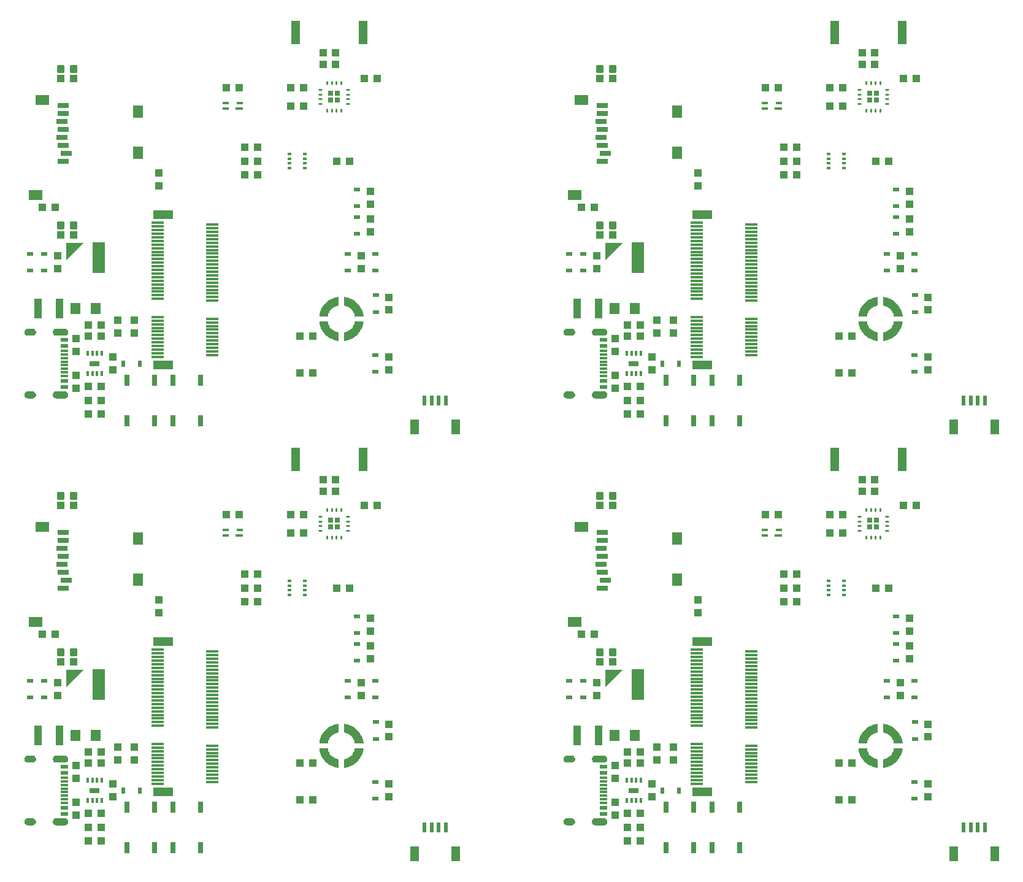
<source format=gtp>
G04 EAGLE Gerber RS-274X export*
G75*
%MOMM*%
%FSLAX34Y34*%
%LPD*%
%INSolderpaste Top*%
%IPPOS*%
%AMOC8*
5,1,8,0,0,1.08239X$1,22.5*%
G01*
%ADD10R,1.000000X0.300000*%
%ADD11R,1.000000X0.600000*%
%ADD12R,1.000000X1.100000*%
%ADD13R,1.375000X0.800000*%
%ADD14R,0.300000X0.650000*%
%ADD15R,1.100000X1.000000*%
%ADD16R,1.700000X4.200000*%
%ADD17R,0.830000X0.630000*%
%ADD18R,1.200000X2.000000*%
%ADD19R,0.600000X1.350000*%
%ADD20R,0.762000X1.524000*%
%ADD21R,1.000000X2.800000*%
%ADD22R,1.400000X1.600000*%
%ADD23R,1.400000X1.800000*%
%ADD24R,1.900000X1.400000*%
%ADD25R,1.500000X0.800000*%
%ADD26R,0.630000X0.830000*%
%ADD27R,0.500000X0.350000*%
%ADD28R,0.900000X0.350000*%
%ADD29R,1.000000X0.350000*%
%ADD30C,0.300000*%
%ADD31C,0.260000*%
%ADD32R,0.800000X0.800000*%
%ADD33R,1.300000X3.200400*%
%ADD34R,2.750000X1.200000*%
%ADD35R,1.750000X0.300000*%

G36*
X438059Y721791D02*
X438059Y721791D01*
X438104Y721792D01*
X438155Y721814D01*
X438210Y721827D01*
X438246Y721853D01*
X438286Y721871D01*
X438325Y721912D01*
X438370Y721945D01*
X438393Y721983D01*
X438423Y722015D01*
X438443Y722068D01*
X438472Y722116D01*
X438480Y722167D01*
X438493Y722201D01*
X438492Y722235D01*
X438499Y722280D01*
X438499Y733280D01*
X438489Y733333D01*
X438488Y733386D01*
X438469Y733429D01*
X438460Y733475D01*
X438429Y733519D01*
X438408Y733568D01*
X438374Y733600D01*
X438347Y733639D01*
X438302Y733668D01*
X438263Y733704D01*
X438212Y733725D01*
X438180Y733746D01*
X438148Y733751D01*
X438109Y733767D01*
X435374Y734378D01*
X432810Y735406D01*
X430446Y736833D01*
X428342Y738622D01*
X426553Y740726D01*
X425126Y743090D01*
X424098Y745654D01*
X423487Y748389D01*
X423465Y748438D01*
X423453Y748490D01*
X423425Y748528D01*
X423406Y748570D01*
X423367Y748607D01*
X423335Y748650D01*
X423295Y748674D01*
X423261Y748706D01*
X423210Y748724D01*
X423164Y748752D01*
X423110Y748761D01*
X423074Y748774D01*
X423042Y748772D01*
X423000Y748779D01*
X412000Y748779D01*
X411945Y748768D01*
X411889Y748767D01*
X411848Y748748D01*
X411805Y748740D01*
X411759Y748708D01*
X411708Y748685D01*
X411678Y748652D01*
X411641Y748627D01*
X411611Y748580D01*
X411573Y748538D01*
X411558Y748497D01*
X411534Y748460D01*
X411525Y748404D01*
X411506Y748351D01*
X411507Y748299D01*
X411501Y748263D01*
X411509Y748231D01*
X411509Y748226D01*
X411509Y748224D01*
X411509Y748223D01*
X411510Y748185D01*
X412349Y743864D01*
X412361Y743835D01*
X412369Y743793D01*
X413838Y739643D01*
X413854Y739616D01*
X413868Y739576D01*
X415934Y735689D01*
X415954Y735665D01*
X415973Y735627D01*
X418591Y732088D01*
X418615Y732067D01*
X418640Y732032D01*
X421752Y728920D01*
X421767Y728910D01*
X421775Y728899D01*
X421790Y728890D01*
X421808Y728871D01*
X425347Y726253D01*
X425375Y726240D01*
X425409Y726214D01*
X429296Y724148D01*
X429326Y724139D01*
X429363Y724118D01*
X433513Y722649D01*
X433544Y722644D01*
X433584Y722629D01*
X437905Y721790D01*
X437961Y721790D01*
X438017Y721781D01*
X438059Y721791D01*
G37*
G36*
X1182279Y721791D02*
X1182279Y721791D01*
X1182324Y721792D01*
X1182375Y721814D01*
X1182430Y721827D01*
X1182466Y721853D01*
X1182506Y721871D01*
X1182545Y721912D01*
X1182590Y721945D01*
X1182613Y721983D01*
X1182643Y722015D01*
X1182663Y722068D01*
X1182692Y722116D01*
X1182700Y722167D01*
X1182713Y722201D01*
X1182712Y722235D01*
X1182719Y722280D01*
X1182719Y733280D01*
X1182709Y733333D01*
X1182708Y733386D01*
X1182689Y733429D01*
X1182680Y733475D01*
X1182649Y733519D01*
X1182628Y733568D01*
X1182594Y733600D01*
X1182567Y733639D01*
X1182522Y733668D01*
X1182483Y733704D01*
X1182432Y733725D01*
X1182400Y733746D01*
X1182368Y733751D01*
X1182329Y733767D01*
X1179594Y734378D01*
X1177030Y735406D01*
X1174666Y736833D01*
X1172562Y738622D01*
X1170773Y740726D01*
X1169346Y743090D01*
X1168318Y745654D01*
X1167707Y748389D01*
X1167685Y748438D01*
X1167673Y748490D01*
X1167645Y748528D01*
X1167626Y748570D01*
X1167587Y748607D01*
X1167555Y748650D01*
X1167515Y748674D01*
X1167481Y748706D01*
X1167430Y748724D01*
X1167384Y748752D01*
X1167330Y748761D01*
X1167294Y748774D01*
X1167262Y748772D01*
X1167220Y748779D01*
X1156220Y748779D01*
X1156165Y748768D01*
X1156109Y748767D01*
X1156068Y748748D01*
X1156025Y748740D01*
X1155979Y748708D01*
X1155928Y748685D01*
X1155898Y748652D01*
X1155861Y748627D01*
X1155831Y748580D01*
X1155793Y748538D01*
X1155778Y748497D01*
X1155754Y748460D01*
X1155745Y748404D01*
X1155726Y748351D01*
X1155727Y748299D01*
X1155721Y748263D01*
X1155729Y748231D01*
X1155729Y748226D01*
X1155729Y748224D01*
X1155729Y748223D01*
X1155730Y748185D01*
X1156569Y743864D01*
X1156581Y743835D01*
X1156589Y743793D01*
X1158058Y739643D01*
X1158074Y739616D01*
X1158088Y739576D01*
X1160154Y735689D01*
X1160174Y735665D01*
X1160193Y735627D01*
X1162811Y732088D01*
X1162835Y732067D01*
X1162860Y732032D01*
X1165972Y728920D01*
X1165987Y728910D01*
X1165995Y728899D01*
X1166010Y728890D01*
X1166028Y728871D01*
X1169567Y726253D01*
X1169595Y726240D01*
X1169629Y726214D01*
X1173516Y724148D01*
X1173546Y724139D01*
X1173583Y724118D01*
X1177733Y722649D01*
X1177764Y722644D01*
X1177804Y722629D01*
X1182125Y721790D01*
X1182181Y721790D01*
X1182237Y721781D01*
X1182279Y721791D01*
G37*
G36*
X1182279Y132511D02*
X1182279Y132511D01*
X1182324Y132512D01*
X1182375Y132534D01*
X1182430Y132547D01*
X1182466Y132573D01*
X1182506Y132591D01*
X1182545Y132632D01*
X1182590Y132665D01*
X1182613Y132703D01*
X1182643Y132735D01*
X1182663Y132788D01*
X1182692Y132836D01*
X1182700Y132887D01*
X1182713Y132921D01*
X1182712Y132955D01*
X1182719Y133000D01*
X1182719Y144000D01*
X1182709Y144053D01*
X1182708Y144106D01*
X1182689Y144149D01*
X1182680Y144195D01*
X1182649Y144239D01*
X1182628Y144288D01*
X1182594Y144320D01*
X1182567Y144359D01*
X1182522Y144388D01*
X1182483Y144424D01*
X1182432Y144445D01*
X1182400Y144466D01*
X1182368Y144471D01*
X1182329Y144487D01*
X1179594Y145098D01*
X1177030Y146126D01*
X1174666Y147553D01*
X1172562Y149342D01*
X1170773Y151446D01*
X1169346Y153810D01*
X1168318Y156374D01*
X1167707Y159109D01*
X1167685Y159158D01*
X1167673Y159210D01*
X1167645Y159248D01*
X1167626Y159290D01*
X1167587Y159327D01*
X1167555Y159370D01*
X1167515Y159394D01*
X1167481Y159426D01*
X1167430Y159444D01*
X1167384Y159472D01*
X1167330Y159481D01*
X1167294Y159494D01*
X1167262Y159492D01*
X1167220Y159499D01*
X1156220Y159499D01*
X1156165Y159488D01*
X1156109Y159487D01*
X1156068Y159468D01*
X1156025Y159460D01*
X1155979Y159428D01*
X1155928Y159405D01*
X1155898Y159372D01*
X1155861Y159347D01*
X1155831Y159300D01*
X1155793Y159258D01*
X1155778Y159217D01*
X1155754Y159180D01*
X1155745Y159124D01*
X1155726Y159071D01*
X1155727Y159019D01*
X1155721Y158983D01*
X1155729Y158951D01*
X1155729Y158946D01*
X1155729Y158944D01*
X1155729Y158943D01*
X1155730Y158905D01*
X1156569Y154584D01*
X1156581Y154555D01*
X1156589Y154513D01*
X1158058Y150363D01*
X1158074Y150336D01*
X1158088Y150296D01*
X1160154Y146409D01*
X1160174Y146385D01*
X1160193Y146347D01*
X1162811Y142808D01*
X1162835Y142787D01*
X1162860Y142752D01*
X1165972Y139640D01*
X1165987Y139630D01*
X1165995Y139619D01*
X1166010Y139610D01*
X1166028Y139591D01*
X1169567Y136973D01*
X1169595Y136960D01*
X1169629Y136934D01*
X1173516Y134868D01*
X1173546Y134859D01*
X1173583Y134838D01*
X1177733Y133369D01*
X1177764Y133364D01*
X1177804Y133349D01*
X1182125Y132510D01*
X1182181Y132510D01*
X1182237Y132501D01*
X1182279Y132511D01*
G37*
G36*
X438059Y132511D02*
X438059Y132511D01*
X438104Y132512D01*
X438155Y132534D01*
X438210Y132547D01*
X438246Y132573D01*
X438286Y132591D01*
X438325Y132632D01*
X438370Y132665D01*
X438393Y132703D01*
X438423Y132735D01*
X438443Y132788D01*
X438472Y132836D01*
X438480Y132887D01*
X438493Y132921D01*
X438492Y132955D01*
X438499Y133000D01*
X438499Y144000D01*
X438489Y144053D01*
X438488Y144106D01*
X438469Y144149D01*
X438460Y144195D01*
X438429Y144239D01*
X438408Y144288D01*
X438374Y144320D01*
X438347Y144359D01*
X438302Y144388D01*
X438263Y144424D01*
X438212Y144445D01*
X438180Y144466D01*
X438148Y144471D01*
X438109Y144487D01*
X435374Y145098D01*
X432810Y146126D01*
X430446Y147553D01*
X428342Y149342D01*
X426553Y151446D01*
X425126Y153810D01*
X424098Y156374D01*
X423487Y159109D01*
X423465Y159158D01*
X423453Y159210D01*
X423425Y159248D01*
X423406Y159290D01*
X423367Y159327D01*
X423335Y159370D01*
X423295Y159394D01*
X423261Y159426D01*
X423210Y159444D01*
X423164Y159472D01*
X423110Y159481D01*
X423074Y159494D01*
X423042Y159492D01*
X423000Y159499D01*
X412000Y159499D01*
X411945Y159488D01*
X411889Y159487D01*
X411848Y159468D01*
X411805Y159460D01*
X411759Y159428D01*
X411708Y159405D01*
X411678Y159372D01*
X411641Y159347D01*
X411611Y159300D01*
X411573Y159258D01*
X411558Y159217D01*
X411534Y159180D01*
X411525Y159124D01*
X411506Y159071D01*
X411507Y159019D01*
X411501Y158983D01*
X411509Y158951D01*
X411509Y158946D01*
X411509Y158944D01*
X411509Y158943D01*
X411510Y158905D01*
X412349Y154584D01*
X412361Y154555D01*
X412369Y154513D01*
X413838Y150363D01*
X413854Y150336D01*
X413868Y150296D01*
X415934Y146409D01*
X415954Y146385D01*
X415973Y146347D01*
X418591Y142808D01*
X418615Y142787D01*
X418640Y142752D01*
X421752Y139640D01*
X421767Y139630D01*
X421775Y139619D01*
X421790Y139610D01*
X421808Y139591D01*
X425347Y136973D01*
X425375Y136960D01*
X425409Y136934D01*
X429296Y134868D01*
X429326Y134859D01*
X429363Y134838D01*
X433513Y133369D01*
X433544Y133364D01*
X433584Y133349D01*
X437905Y132510D01*
X437961Y132510D01*
X438017Y132501D01*
X438059Y132511D01*
G37*
G36*
X423053Y166511D02*
X423053Y166511D01*
X423106Y166512D01*
X423149Y166531D01*
X423195Y166540D01*
X423239Y166571D01*
X423288Y166592D01*
X423320Y166626D01*
X423359Y166653D01*
X423388Y166698D01*
X423424Y166737D01*
X423445Y166788D01*
X423466Y166820D01*
X423471Y166852D01*
X423487Y166891D01*
X424098Y169626D01*
X425126Y172190D01*
X426553Y174554D01*
X428342Y176658D01*
X430446Y178447D01*
X432810Y179874D01*
X435374Y180902D01*
X438109Y181513D01*
X438158Y181535D01*
X438210Y181547D01*
X438248Y181575D01*
X438290Y181594D01*
X438327Y181633D01*
X438370Y181665D01*
X438394Y181705D01*
X438426Y181739D01*
X438444Y181790D01*
X438472Y181836D01*
X438481Y181890D01*
X438494Y181926D01*
X438492Y181958D01*
X438499Y182000D01*
X438499Y193000D01*
X438488Y193055D01*
X438487Y193111D01*
X438468Y193152D01*
X438460Y193195D01*
X438428Y193241D01*
X438405Y193293D01*
X438372Y193322D01*
X438347Y193359D01*
X438300Y193389D01*
X438258Y193427D01*
X438217Y193442D01*
X438180Y193466D01*
X438124Y193475D01*
X438071Y193494D01*
X438019Y193493D01*
X437983Y193499D01*
X437951Y193491D01*
X437905Y193490D01*
X433584Y192651D01*
X433555Y192639D01*
X433513Y192631D01*
X429363Y191162D01*
X429336Y191146D01*
X429296Y191132D01*
X425409Y189066D01*
X425385Y189046D01*
X425347Y189027D01*
X421808Y186409D01*
X421787Y186385D01*
X421752Y186360D01*
X418640Y183248D01*
X418622Y183222D01*
X418591Y183192D01*
X415973Y179654D01*
X415960Y179625D01*
X415934Y179591D01*
X413868Y175704D01*
X413861Y175681D01*
X413852Y175667D01*
X413851Y175659D01*
X413838Y175637D01*
X412369Y171487D01*
X412364Y171456D01*
X412349Y171416D01*
X411510Y167095D01*
X411510Y167039D01*
X411501Y166983D01*
X411511Y166941D01*
X411512Y166896D01*
X411534Y166845D01*
X411547Y166790D01*
X411573Y166755D01*
X411591Y166714D01*
X411632Y166675D01*
X411665Y166630D01*
X411703Y166607D01*
X411735Y166577D01*
X411788Y166557D01*
X411836Y166528D01*
X411887Y166520D01*
X411921Y166507D01*
X411955Y166508D01*
X412000Y166501D01*
X423000Y166501D01*
X423053Y166511D01*
G37*
G36*
X423053Y755791D02*
X423053Y755791D01*
X423106Y755792D01*
X423149Y755811D01*
X423195Y755820D01*
X423239Y755851D01*
X423288Y755872D01*
X423320Y755906D01*
X423359Y755933D01*
X423388Y755978D01*
X423424Y756017D01*
X423445Y756068D01*
X423466Y756100D01*
X423471Y756132D01*
X423487Y756171D01*
X424098Y758906D01*
X425126Y761470D01*
X426553Y763834D01*
X428342Y765938D01*
X430446Y767727D01*
X432810Y769154D01*
X435374Y770182D01*
X438109Y770793D01*
X438158Y770815D01*
X438210Y770827D01*
X438248Y770855D01*
X438290Y770874D01*
X438327Y770913D01*
X438370Y770945D01*
X438394Y770985D01*
X438426Y771019D01*
X438444Y771070D01*
X438472Y771116D01*
X438481Y771170D01*
X438494Y771206D01*
X438492Y771238D01*
X438499Y771280D01*
X438499Y782280D01*
X438488Y782335D01*
X438487Y782391D01*
X438468Y782432D01*
X438460Y782475D01*
X438428Y782521D01*
X438405Y782573D01*
X438372Y782602D01*
X438347Y782639D01*
X438300Y782669D01*
X438258Y782707D01*
X438217Y782722D01*
X438180Y782746D01*
X438124Y782755D01*
X438071Y782774D01*
X438019Y782773D01*
X437983Y782779D01*
X437951Y782771D01*
X437905Y782770D01*
X433584Y781931D01*
X433555Y781919D01*
X433513Y781911D01*
X429363Y780442D01*
X429336Y780426D01*
X429296Y780412D01*
X425409Y778346D01*
X425385Y778326D01*
X425347Y778307D01*
X421808Y775689D01*
X421787Y775665D01*
X421752Y775640D01*
X418640Y772528D01*
X418622Y772502D01*
X418591Y772472D01*
X415973Y768934D01*
X415960Y768905D01*
X415934Y768871D01*
X413868Y764984D01*
X413861Y764961D01*
X413852Y764947D01*
X413851Y764939D01*
X413838Y764917D01*
X412369Y760767D01*
X412364Y760736D01*
X412349Y760696D01*
X411510Y756375D01*
X411510Y756319D01*
X411501Y756263D01*
X411511Y756221D01*
X411512Y756176D01*
X411534Y756125D01*
X411547Y756070D01*
X411573Y756035D01*
X411591Y755994D01*
X411632Y755955D01*
X411665Y755910D01*
X411703Y755887D01*
X411735Y755857D01*
X411788Y755837D01*
X411836Y755808D01*
X411887Y755800D01*
X411921Y755787D01*
X411955Y755788D01*
X412000Y755781D01*
X423000Y755781D01*
X423053Y755791D01*
G37*
G36*
X1167273Y755791D02*
X1167273Y755791D01*
X1167326Y755792D01*
X1167369Y755811D01*
X1167415Y755820D01*
X1167459Y755851D01*
X1167508Y755872D01*
X1167540Y755906D01*
X1167579Y755933D01*
X1167608Y755978D01*
X1167644Y756017D01*
X1167665Y756068D01*
X1167686Y756100D01*
X1167691Y756132D01*
X1167707Y756171D01*
X1168318Y758906D01*
X1169346Y761470D01*
X1170773Y763834D01*
X1172562Y765938D01*
X1174666Y767727D01*
X1177030Y769154D01*
X1179594Y770182D01*
X1182329Y770793D01*
X1182378Y770815D01*
X1182430Y770827D01*
X1182468Y770855D01*
X1182510Y770874D01*
X1182547Y770913D01*
X1182590Y770945D01*
X1182614Y770985D01*
X1182646Y771019D01*
X1182664Y771070D01*
X1182692Y771116D01*
X1182701Y771170D01*
X1182714Y771206D01*
X1182712Y771238D01*
X1182719Y771280D01*
X1182719Y782280D01*
X1182708Y782335D01*
X1182707Y782391D01*
X1182688Y782432D01*
X1182680Y782475D01*
X1182648Y782521D01*
X1182625Y782573D01*
X1182592Y782602D01*
X1182567Y782639D01*
X1182520Y782669D01*
X1182478Y782707D01*
X1182437Y782722D01*
X1182400Y782746D01*
X1182344Y782755D01*
X1182291Y782774D01*
X1182239Y782773D01*
X1182203Y782779D01*
X1182171Y782771D01*
X1182125Y782770D01*
X1177804Y781931D01*
X1177775Y781919D01*
X1177733Y781911D01*
X1173583Y780442D01*
X1173556Y780426D01*
X1173516Y780412D01*
X1169629Y778346D01*
X1169605Y778326D01*
X1169567Y778307D01*
X1166028Y775689D01*
X1166007Y775665D01*
X1165972Y775640D01*
X1162860Y772528D01*
X1162842Y772502D01*
X1162811Y772472D01*
X1160193Y768934D01*
X1160180Y768905D01*
X1160154Y768871D01*
X1158088Y764984D01*
X1158081Y764961D01*
X1158072Y764947D01*
X1158071Y764939D01*
X1158058Y764917D01*
X1156589Y760767D01*
X1156584Y760736D01*
X1156569Y760696D01*
X1155730Y756375D01*
X1155730Y756319D01*
X1155721Y756263D01*
X1155731Y756221D01*
X1155732Y756176D01*
X1155754Y756125D01*
X1155767Y756070D01*
X1155793Y756035D01*
X1155811Y755994D01*
X1155852Y755955D01*
X1155885Y755910D01*
X1155923Y755887D01*
X1155955Y755857D01*
X1156008Y755837D01*
X1156056Y755808D01*
X1156107Y755800D01*
X1156141Y755787D01*
X1156175Y755788D01*
X1156220Y755781D01*
X1167220Y755781D01*
X1167273Y755791D01*
G37*
G36*
X1167273Y166511D02*
X1167273Y166511D01*
X1167326Y166512D01*
X1167369Y166531D01*
X1167415Y166540D01*
X1167459Y166571D01*
X1167508Y166592D01*
X1167540Y166626D01*
X1167579Y166653D01*
X1167608Y166698D01*
X1167644Y166737D01*
X1167665Y166788D01*
X1167686Y166820D01*
X1167691Y166852D01*
X1167707Y166891D01*
X1168318Y169626D01*
X1169346Y172190D01*
X1170773Y174554D01*
X1172562Y176658D01*
X1174666Y178447D01*
X1177030Y179874D01*
X1179594Y180902D01*
X1182329Y181513D01*
X1182378Y181535D01*
X1182430Y181547D01*
X1182468Y181575D01*
X1182510Y181594D01*
X1182547Y181633D01*
X1182590Y181665D01*
X1182614Y181705D01*
X1182646Y181739D01*
X1182664Y181790D01*
X1182692Y181836D01*
X1182701Y181890D01*
X1182714Y181926D01*
X1182712Y181958D01*
X1182719Y182000D01*
X1182719Y193000D01*
X1182708Y193055D01*
X1182707Y193111D01*
X1182688Y193152D01*
X1182680Y193195D01*
X1182648Y193241D01*
X1182625Y193293D01*
X1182592Y193322D01*
X1182567Y193359D01*
X1182520Y193389D01*
X1182478Y193427D01*
X1182437Y193442D01*
X1182400Y193466D01*
X1182344Y193475D01*
X1182291Y193494D01*
X1182239Y193493D01*
X1182203Y193499D01*
X1182171Y193491D01*
X1182125Y193490D01*
X1177804Y192651D01*
X1177775Y192639D01*
X1177733Y192631D01*
X1173583Y191162D01*
X1173556Y191146D01*
X1173516Y191132D01*
X1169629Y189066D01*
X1169605Y189046D01*
X1169567Y189027D01*
X1166028Y186409D01*
X1166007Y186385D01*
X1165972Y186360D01*
X1162860Y183248D01*
X1162842Y183222D01*
X1162811Y183192D01*
X1160193Y179654D01*
X1160180Y179625D01*
X1160154Y179591D01*
X1158088Y175704D01*
X1158081Y175681D01*
X1158072Y175667D01*
X1158071Y175659D01*
X1158058Y175637D01*
X1156589Y171487D01*
X1156584Y171456D01*
X1156569Y171416D01*
X1155730Y167095D01*
X1155730Y167039D01*
X1155721Y166983D01*
X1155731Y166941D01*
X1155732Y166896D01*
X1155754Y166845D01*
X1155767Y166790D01*
X1155793Y166755D01*
X1155811Y166714D01*
X1155852Y166675D01*
X1155885Y166630D01*
X1155923Y166607D01*
X1155955Y166577D01*
X1156008Y166557D01*
X1156056Y166528D01*
X1156107Y166520D01*
X1156141Y166507D01*
X1156175Y166508D01*
X1156220Y166501D01*
X1167220Y166501D01*
X1167273Y166511D01*
G37*
G36*
X1216275Y166512D02*
X1216275Y166512D01*
X1216331Y166513D01*
X1216372Y166532D01*
X1216415Y166540D01*
X1216461Y166572D01*
X1216513Y166595D01*
X1216542Y166628D01*
X1216579Y166653D01*
X1216609Y166700D01*
X1216647Y166742D01*
X1216662Y166783D01*
X1216686Y166820D01*
X1216695Y166876D01*
X1216714Y166929D01*
X1216713Y166981D01*
X1216719Y167017D01*
X1216711Y167049D01*
X1216710Y167095D01*
X1215871Y171416D01*
X1215859Y171445D01*
X1215851Y171487D01*
X1214382Y175637D01*
X1214366Y175664D01*
X1214357Y175691D01*
X1214355Y175697D01*
X1214354Y175699D01*
X1214352Y175704D01*
X1212286Y179591D01*
X1212266Y179615D01*
X1212247Y179654D01*
X1209629Y183192D01*
X1209605Y183213D01*
X1209580Y183248D01*
X1206468Y186360D01*
X1206442Y186378D01*
X1206412Y186409D01*
X1202874Y189027D01*
X1202845Y189040D01*
X1202811Y189066D01*
X1198924Y191132D01*
X1198894Y191141D01*
X1198857Y191162D01*
X1194707Y192631D01*
X1194676Y192636D01*
X1194636Y192651D01*
X1190315Y193490D01*
X1190259Y193490D01*
X1190203Y193499D01*
X1190161Y193489D01*
X1190116Y193488D01*
X1190065Y193466D01*
X1190010Y193453D01*
X1189975Y193427D01*
X1189934Y193409D01*
X1189895Y193368D01*
X1189850Y193335D01*
X1189827Y193297D01*
X1189797Y193265D01*
X1189777Y193212D01*
X1189748Y193164D01*
X1189740Y193113D01*
X1189727Y193079D01*
X1189728Y193045D01*
X1189721Y193000D01*
X1189721Y182000D01*
X1189731Y181947D01*
X1189732Y181894D01*
X1189751Y181851D01*
X1189760Y181805D01*
X1189791Y181761D01*
X1189812Y181712D01*
X1189846Y181680D01*
X1189873Y181641D01*
X1189918Y181612D01*
X1189957Y181576D01*
X1190008Y181555D01*
X1190040Y181534D01*
X1190072Y181529D01*
X1190111Y181513D01*
X1192846Y180902D01*
X1195410Y179874D01*
X1197774Y178447D01*
X1199878Y176658D01*
X1201667Y174554D01*
X1203094Y172190D01*
X1204122Y169626D01*
X1204733Y166891D01*
X1204755Y166842D01*
X1204767Y166790D01*
X1204795Y166752D01*
X1204814Y166710D01*
X1204853Y166673D01*
X1204885Y166630D01*
X1204925Y166606D01*
X1204959Y166574D01*
X1205010Y166556D01*
X1205056Y166528D01*
X1205110Y166519D01*
X1205146Y166506D01*
X1205178Y166508D01*
X1205220Y166501D01*
X1216220Y166501D01*
X1216275Y166512D01*
G37*
G36*
X472055Y755792D02*
X472055Y755792D01*
X472111Y755793D01*
X472152Y755812D01*
X472195Y755820D01*
X472241Y755852D01*
X472293Y755875D01*
X472322Y755908D01*
X472359Y755933D01*
X472389Y755980D01*
X472427Y756022D01*
X472442Y756063D01*
X472466Y756100D01*
X472475Y756156D01*
X472494Y756209D01*
X472493Y756261D01*
X472499Y756297D01*
X472491Y756329D01*
X472490Y756375D01*
X471651Y760696D01*
X471639Y760725D01*
X471631Y760767D01*
X470162Y764917D01*
X470146Y764944D01*
X470137Y764971D01*
X470135Y764977D01*
X470134Y764979D01*
X470132Y764984D01*
X468066Y768871D01*
X468046Y768895D01*
X468027Y768934D01*
X465409Y772472D01*
X465385Y772493D01*
X465360Y772528D01*
X462248Y775640D01*
X462222Y775658D01*
X462192Y775689D01*
X458654Y778307D01*
X458625Y778320D01*
X458591Y778346D01*
X454704Y780412D01*
X454674Y780421D01*
X454637Y780442D01*
X450487Y781911D01*
X450456Y781916D01*
X450416Y781931D01*
X446095Y782770D01*
X446039Y782770D01*
X445983Y782779D01*
X445941Y782769D01*
X445896Y782768D01*
X445845Y782746D01*
X445790Y782733D01*
X445755Y782707D01*
X445714Y782689D01*
X445675Y782648D01*
X445630Y782615D01*
X445607Y782577D01*
X445577Y782545D01*
X445557Y782492D01*
X445528Y782444D01*
X445520Y782393D01*
X445507Y782359D01*
X445508Y782325D01*
X445501Y782280D01*
X445501Y771280D01*
X445511Y771227D01*
X445512Y771174D01*
X445531Y771131D01*
X445540Y771085D01*
X445571Y771041D01*
X445592Y770992D01*
X445626Y770960D01*
X445653Y770921D01*
X445698Y770892D01*
X445737Y770856D01*
X445788Y770835D01*
X445820Y770814D01*
X445852Y770809D01*
X445891Y770793D01*
X448626Y770182D01*
X451190Y769154D01*
X453554Y767727D01*
X455658Y765938D01*
X457447Y763834D01*
X458874Y761470D01*
X459902Y758906D01*
X460513Y756171D01*
X460535Y756122D01*
X460547Y756070D01*
X460575Y756032D01*
X460594Y755990D01*
X460633Y755953D01*
X460665Y755910D01*
X460705Y755886D01*
X460739Y755854D01*
X460790Y755836D01*
X460836Y755808D01*
X460890Y755799D01*
X460926Y755786D01*
X460958Y755788D01*
X461000Y755781D01*
X472000Y755781D01*
X472055Y755792D01*
G37*
G36*
X1216275Y755792D02*
X1216275Y755792D01*
X1216331Y755793D01*
X1216372Y755812D01*
X1216415Y755820D01*
X1216461Y755852D01*
X1216513Y755875D01*
X1216542Y755908D01*
X1216579Y755933D01*
X1216609Y755980D01*
X1216647Y756022D01*
X1216662Y756063D01*
X1216686Y756100D01*
X1216695Y756156D01*
X1216714Y756209D01*
X1216713Y756261D01*
X1216719Y756297D01*
X1216711Y756329D01*
X1216710Y756375D01*
X1215871Y760696D01*
X1215859Y760725D01*
X1215851Y760767D01*
X1214382Y764917D01*
X1214366Y764944D01*
X1214357Y764971D01*
X1214355Y764977D01*
X1214354Y764979D01*
X1214352Y764984D01*
X1212286Y768871D01*
X1212266Y768895D01*
X1212247Y768934D01*
X1209629Y772472D01*
X1209605Y772493D01*
X1209580Y772528D01*
X1206468Y775640D01*
X1206442Y775658D01*
X1206412Y775689D01*
X1202874Y778307D01*
X1202845Y778320D01*
X1202811Y778346D01*
X1198924Y780412D01*
X1198894Y780421D01*
X1198857Y780442D01*
X1194707Y781911D01*
X1194676Y781916D01*
X1194636Y781931D01*
X1190315Y782770D01*
X1190259Y782770D01*
X1190203Y782779D01*
X1190161Y782769D01*
X1190116Y782768D01*
X1190065Y782746D01*
X1190010Y782733D01*
X1189975Y782707D01*
X1189934Y782689D01*
X1189895Y782648D01*
X1189850Y782615D01*
X1189827Y782577D01*
X1189797Y782545D01*
X1189777Y782492D01*
X1189748Y782444D01*
X1189740Y782393D01*
X1189727Y782359D01*
X1189728Y782325D01*
X1189721Y782280D01*
X1189721Y771280D01*
X1189731Y771227D01*
X1189732Y771174D01*
X1189751Y771131D01*
X1189760Y771085D01*
X1189791Y771041D01*
X1189812Y770992D01*
X1189846Y770960D01*
X1189873Y770921D01*
X1189918Y770892D01*
X1189957Y770856D01*
X1190008Y770835D01*
X1190040Y770814D01*
X1190072Y770809D01*
X1190111Y770793D01*
X1192846Y770182D01*
X1195410Y769154D01*
X1197774Y767727D01*
X1199878Y765938D01*
X1201667Y763834D01*
X1203094Y761470D01*
X1204122Y758906D01*
X1204733Y756171D01*
X1204755Y756122D01*
X1204767Y756070D01*
X1204795Y756032D01*
X1204814Y755990D01*
X1204853Y755953D01*
X1204885Y755910D01*
X1204925Y755886D01*
X1204959Y755854D01*
X1205010Y755836D01*
X1205056Y755808D01*
X1205110Y755799D01*
X1205146Y755786D01*
X1205178Y755788D01*
X1205220Y755781D01*
X1216220Y755781D01*
X1216275Y755792D01*
G37*
G36*
X472055Y166512D02*
X472055Y166512D01*
X472111Y166513D01*
X472152Y166532D01*
X472195Y166540D01*
X472241Y166572D01*
X472293Y166595D01*
X472322Y166628D01*
X472359Y166653D01*
X472389Y166700D01*
X472427Y166742D01*
X472442Y166783D01*
X472466Y166820D01*
X472475Y166876D01*
X472494Y166929D01*
X472493Y166981D01*
X472499Y167017D01*
X472491Y167049D01*
X472490Y167095D01*
X471651Y171416D01*
X471639Y171445D01*
X471631Y171487D01*
X470162Y175637D01*
X470146Y175664D01*
X470137Y175691D01*
X470135Y175697D01*
X470134Y175699D01*
X470132Y175704D01*
X468066Y179591D01*
X468046Y179615D01*
X468027Y179654D01*
X465409Y183192D01*
X465385Y183213D01*
X465360Y183248D01*
X462248Y186360D01*
X462222Y186378D01*
X462192Y186409D01*
X458654Y189027D01*
X458625Y189040D01*
X458591Y189066D01*
X454704Y191132D01*
X454674Y191141D01*
X454637Y191162D01*
X450487Y192631D01*
X450456Y192636D01*
X450416Y192651D01*
X446095Y193490D01*
X446039Y193490D01*
X445983Y193499D01*
X445941Y193489D01*
X445896Y193488D01*
X445845Y193466D01*
X445790Y193453D01*
X445755Y193427D01*
X445714Y193409D01*
X445675Y193368D01*
X445630Y193335D01*
X445607Y193297D01*
X445577Y193265D01*
X445557Y193212D01*
X445528Y193164D01*
X445520Y193113D01*
X445507Y193079D01*
X445508Y193045D01*
X445501Y193000D01*
X445501Y182000D01*
X445511Y181947D01*
X445512Y181894D01*
X445531Y181851D01*
X445540Y181805D01*
X445571Y181761D01*
X445592Y181712D01*
X445626Y181680D01*
X445653Y181641D01*
X445698Y181612D01*
X445737Y181576D01*
X445788Y181555D01*
X445820Y181534D01*
X445852Y181529D01*
X445891Y181513D01*
X448626Y180902D01*
X451190Y179874D01*
X453554Y178447D01*
X455658Y176658D01*
X457447Y174554D01*
X458874Y172190D01*
X459902Y169626D01*
X460513Y166891D01*
X460535Y166842D01*
X460547Y166790D01*
X460575Y166752D01*
X460594Y166710D01*
X460633Y166673D01*
X460665Y166630D01*
X460705Y166606D01*
X460739Y166574D01*
X460790Y166556D01*
X460836Y166528D01*
X460890Y166519D01*
X460926Y166506D01*
X460958Y166508D01*
X461000Y166501D01*
X472000Y166501D01*
X472055Y166512D01*
G37*
G36*
X446049Y721789D02*
X446049Y721789D01*
X446095Y721790D01*
X450416Y722629D01*
X450445Y722641D01*
X450487Y722649D01*
X454637Y724118D01*
X454664Y724134D01*
X454704Y724148D01*
X458591Y726214D01*
X458615Y726234D01*
X458654Y726253D01*
X462192Y728871D01*
X462213Y728895D01*
X462248Y728920D01*
X465360Y732032D01*
X465378Y732059D01*
X465409Y732088D01*
X468027Y735627D01*
X468040Y735655D01*
X468066Y735689D01*
X470132Y739576D01*
X470141Y739606D01*
X470162Y739643D01*
X471631Y743793D01*
X471636Y743824D01*
X471651Y743864D01*
X472490Y748185D01*
X472490Y748241D01*
X472499Y748297D01*
X472489Y748339D01*
X472488Y748384D01*
X472466Y748435D01*
X472453Y748490D01*
X472427Y748526D01*
X472409Y748566D01*
X472368Y748605D01*
X472335Y748650D01*
X472297Y748673D01*
X472265Y748703D01*
X472212Y748723D01*
X472164Y748752D01*
X472113Y748760D01*
X472079Y748773D01*
X472045Y748772D01*
X472000Y748779D01*
X461000Y748779D01*
X460947Y748769D01*
X460894Y748768D01*
X460851Y748749D01*
X460805Y748740D01*
X460761Y748709D01*
X460712Y748688D01*
X460680Y748654D01*
X460641Y748627D01*
X460612Y748582D01*
X460576Y748543D01*
X460555Y748492D01*
X460534Y748460D01*
X460529Y748428D01*
X460526Y748422D01*
X460525Y748421D01*
X460525Y748420D01*
X460513Y748389D01*
X459902Y745654D01*
X458874Y743090D01*
X457447Y740726D01*
X455658Y738622D01*
X453554Y736833D01*
X451190Y735406D01*
X448626Y734378D01*
X445891Y733767D01*
X445842Y733745D01*
X445790Y733733D01*
X445752Y733705D01*
X445710Y733686D01*
X445673Y733647D01*
X445630Y733615D01*
X445606Y733575D01*
X445574Y733541D01*
X445556Y733490D01*
X445528Y733444D01*
X445519Y733390D01*
X445506Y733354D01*
X445508Y733322D01*
X445501Y733280D01*
X445501Y722280D01*
X445512Y722225D01*
X445513Y722169D01*
X445532Y722128D01*
X445540Y722085D01*
X445572Y722039D01*
X445595Y721988D01*
X445628Y721958D01*
X445653Y721921D01*
X445700Y721891D01*
X445742Y721853D01*
X445783Y721838D01*
X445820Y721814D01*
X445876Y721805D01*
X445929Y721786D01*
X445981Y721787D01*
X446017Y721781D01*
X446049Y721789D01*
G37*
G36*
X1190269Y721789D02*
X1190269Y721789D01*
X1190315Y721790D01*
X1194636Y722629D01*
X1194665Y722641D01*
X1194707Y722649D01*
X1198857Y724118D01*
X1198884Y724134D01*
X1198924Y724148D01*
X1202811Y726214D01*
X1202835Y726234D01*
X1202874Y726253D01*
X1206412Y728871D01*
X1206433Y728895D01*
X1206468Y728920D01*
X1209580Y732032D01*
X1209598Y732059D01*
X1209629Y732088D01*
X1212247Y735627D01*
X1212260Y735655D01*
X1212286Y735689D01*
X1214352Y739576D01*
X1214361Y739606D01*
X1214382Y739643D01*
X1215851Y743793D01*
X1215856Y743824D01*
X1215871Y743864D01*
X1216710Y748185D01*
X1216710Y748241D01*
X1216719Y748297D01*
X1216709Y748339D01*
X1216708Y748384D01*
X1216686Y748435D01*
X1216673Y748490D01*
X1216647Y748526D01*
X1216629Y748566D01*
X1216588Y748605D01*
X1216555Y748650D01*
X1216517Y748673D01*
X1216485Y748703D01*
X1216432Y748723D01*
X1216384Y748752D01*
X1216333Y748760D01*
X1216299Y748773D01*
X1216265Y748772D01*
X1216220Y748779D01*
X1205220Y748779D01*
X1205167Y748769D01*
X1205114Y748768D01*
X1205071Y748749D01*
X1205025Y748740D01*
X1204981Y748709D01*
X1204932Y748688D01*
X1204900Y748654D01*
X1204861Y748627D01*
X1204832Y748582D01*
X1204796Y748543D01*
X1204775Y748492D01*
X1204754Y748460D01*
X1204749Y748428D01*
X1204746Y748422D01*
X1204745Y748421D01*
X1204745Y748420D01*
X1204733Y748389D01*
X1204122Y745654D01*
X1203094Y743090D01*
X1201667Y740726D01*
X1199878Y738622D01*
X1197774Y736833D01*
X1195410Y735406D01*
X1192846Y734378D01*
X1190111Y733767D01*
X1190062Y733745D01*
X1190010Y733733D01*
X1189972Y733705D01*
X1189930Y733686D01*
X1189893Y733647D01*
X1189850Y733615D01*
X1189826Y733575D01*
X1189794Y733541D01*
X1189776Y733490D01*
X1189748Y733444D01*
X1189739Y733390D01*
X1189726Y733354D01*
X1189728Y733322D01*
X1189721Y733280D01*
X1189721Y722280D01*
X1189732Y722225D01*
X1189733Y722169D01*
X1189752Y722128D01*
X1189760Y722085D01*
X1189792Y722039D01*
X1189815Y721988D01*
X1189848Y721958D01*
X1189873Y721921D01*
X1189920Y721891D01*
X1189962Y721853D01*
X1190003Y721838D01*
X1190040Y721814D01*
X1190096Y721805D01*
X1190149Y721786D01*
X1190201Y721787D01*
X1190237Y721781D01*
X1190269Y721789D01*
G37*
G36*
X446049Y132509D02*
X446049Y132509D01*
X446095Y132510D01*
X450416Y133349D01*
X450445Y133361D01*
X450487Y133369D01*
X454637Y134838D01*
X454664Y134854D01*
X454704Y134868D01*
X458591Y136934D01*
X458615Y136954D01*
X458654Y136973D01*
X462192Y139591D01*
X462213Y139615D01*
X462248Y139640D01*
X465360Y142752D01*
X465378Y142779D01*
X465409Y142808D01*
X468027Y146347D01*
X468040Y146375D01*
X468066Y146409D01*
X470132Y150296D01*
X470141Y150326D01*
X470162Y150363D01*
X471631Y154513D01*
X471636Y154544D01*
X471651Y154584D01*
X472490Y158905D01*
X472490Y158961D01*
X472499Y159017D01*
X472489Y159059D01*
X472488Y159104D01*
X472466Y159155D01*
X472453Y159210D01*
X472427Y159246D01*
X472409Y159286D01*
X472368Y159325D01*
X472335Y159370D01*
X472297Y159393D01*
X472265Y159423D01*
X472212Y159443D01*
X472164Y159472D01*
X472113Y159480D01*
X472079Y159493D01*
X472045Y159492D01*
X472000Y159499D01*
X461000Y159499D01*
X460947Y159489D01*
X460894Y159488D01*
X460851Y159469D01*
X460805Y159460D01*
X460761Y159429D01*
X460712Y159408D01*
X460680Y159374D01*
X460641Y159347D01*
X460612Y159302D01*
X460576Y159263D01*
X460555Y159212D01*
X460534Y159180D01*
X460529Y159148D01*
X460526Y159142D01*
X460525Y159141D01*
X460525Y159140D01*
X460513Y159109D01*
X459902Y156374D01*
X458874Y153810D01*
X457447Y151446D01*
X455658Y149342D01*
X453554Y147553D01*
X451190Y146126D01*
X448626Y145098D01*
X445891Y144487D01*
X445842Y144465D01*
X445790Y144453D01*
X445752Y144425D01*
X445710Y144406D01*
X445673Y144367D01*
X445630Y144335D01*
X445606Y144295D01*
X445574Y144261D01*
X445556Y144210D01*
X445528Y144164D01*
X445519Y144110D01*
X445506Y144074D01*
X445508Y144042D01*
X445501Y144000D01*
X445501Y133000D01*
X445512Y132945D01*
X445513Y132889D01*
X445532Y132848D01*
X445540Y132805D01*
X445572Y132759D01*
X445595Y132708D01*
X445628Y132678D01*
X445653Y132641D01*
X445700Y132611D01*
X445742Y132573D01*
X445783Y132558D01*
X445820Y132534D01*
X445876Y132525D01*
X445929Y132506D01*
X445981Y132507D01*
X446017Y132501D01*
X446049Y132509D01*
G37*
G36*
X1190269Y132509D02*
X1190269Y132509D01*
X1190315Y132510D01*
X1194636Y133349D01*
X1194665Y133361D01*
X1194707Y133369D01*
X1198857Y134838D01*
X1198884Y134854D01*
X1198924Y134868D01*
X1202811Y136934D01*
X1202835Y136954D01*
X1202874Y136973D01*
X1206412Y139591D01*
X1206433Y139615D01*
X1206468Y139640D01*
X1209580Y142752D01*
X1209598Y142779D01*
X1209629Y142808D01*
X1212247Y146347D01*
X1212260Y146375D01*
X1212286Y146409D01*
X1214352Y150296D01*
X1214361Y150326D01*
X1214382Y150363D01*
X1215851Y154513D01*
X1215856Y154544D01*
X1215871Y154584D01*
X1216710Y158905D01*
X1216710Y158961D01*
X1216719Y159017D01*
X1216709Y159059D01*
X1216708Y159104D01*
X1216686Y159155D01*
X1216673Y159210D01*
X1216647Y159246D01*
X1216629Y159286D01*
X1216588Y159325D01*
X1216555Y159370D01*
X1216517Y159393D01*
X1216485Y159423D01*
X1216432Y159443D01*
X1216384Y159472D01*
X1216333Y159480D01*
X1216299Y159493D01*
X1216265Y159492D01*
X1216220Y159499D01*
X1205220Y159499D01*
X1205167Y159489D01*
X1205114Y159488D01*
X1205071Y159469D01*
X1205025Y159460D01*
X1204981Y159429D01*
X1204932Y159408D01*
X1204900Y159374D01*
X1204861Y159347D01*
X1204832Y159302D01*
X1204796Y159263D01*
X1204775Y159212D01*
X1204754Y159180D01*
X1204749Y159148D01*
X1204746Y159142D01*
X1204745Y159141D01*
X1204745Y159140D01*
X1204733Y159109D01*
X1204122Y156374D01*
X1203094Y153810D01*
X1201667Y151446D01*
X1199878Y149342D01*
X1197774Y147553D01*
X1195410Y146126D01*
X1192846Y145098D01*
X1190111Y144487D01*
X1190062Y144465D01*
X1190010Y144453D01*
X1189972Y144425D01*
X1189930Y144406D01*
X1189893Y144367D01*
X1189850Y144335D01*
X1189826Y144295D01*
X1189794Y144261D01*
X1189776Y144210D01*
X1189748Y144164D01*
X1189739Y144110D01*
X1189726Y144074D01*
X1189728Y144042D01*
X1189721Y144000D01*
X1189721Y133000D01*
X1189732Y132945D01*
X1189733Y132889D01*
X1189752Y132848D01*
X1189760Y132805D01*
X1189792Y132759D01*
X1189815Y132708D01*
X1189848Y132678D01*
X1189873Y132641D01*
X1189920Y132611D01*
X1189962Y132573D01*
X1190003Y132558D01*
X1190040Y132534D01*
X1190096Y132525D01*
X1190149Y132506D01*
X1190201Y132507D01*
X1190237Y132501D01*
X1190269Y132509D01*
G37*
G36*
X806326Y833137D02*
X806326Y833137D01*
X806353Y833133D01*
X806394Y833151D01*
X806436Y833160D01*
X806472Y833186D01*
X806481Y833190D01*
X806485Y833195D01*
X806496Y833204D01*
X830496Y857204D01*
X830517Y857242D01*
X830546Y857275D01*
X830550Y857302D01*
X830563Y857326D01*
X830560Y857370D01*
X830567Y857413D01*
X830556Y857439D01*
X830554Y857466D01*
X830528Y857501D01*
X830510Y857541D01*
X830487Y857556D01*
X830471Y857578D01*
X830430Y857594D01*
X830394Y857618D01*
X830350Y857625D01*
X830341Y857628D01*
X830334Y857627D01*
X830320Y857629D01*
X806320Y857629D01*
X806304Y857624D01*
X806287Y857627D01*
X806237Y857605D01*
X806186Y857590D01*
X806175Y857577D01*
X806159Y857570D01*
X806129Y857525D01*
X806094Y857485D01*
X806091Y857468D01*
X806082Y857454D01*
X806071Y857380D01*
X806071Y833380D01*
X806083Y833338D01*
X806086Y833294D01*
X806102Y833272D01*
X806110Y833246D01*
X806143Y833217D01*
X806169Y833182D01*
X806195Y833172D01*
X806215Y833154D01*
X806259Y833147D01*
X806299Y833132D01*
X806326Y833137D01*
G37*
G36*
X62106Y833137D02*
X62106Y833137D01*
X62133Y833133D01*
X62174Y833151D01*
X62216Y833160D01*
X62252Y833186D01*
X62261Y833190D01*
X62265Y833195D01*
X62276Y833204D01*
X86276Y857204D01*
X86297Y857242D01*
X86326Y857275D01*
X86330Y857302D01*
X86343Y857326D01*
X86340Y857370D01*
X86347Y857413D01*
X86336Y857439D01*
X86334Y857466D01*
X86308Y857501D01*
X86290Y857541D01*
X86267Y857556D01*
X86251Y857578D01*
X86210Y857594D01*
X86174Y857618D01*
X86130Y857625D01*
X86121Y857628D01*
X86114Y857627D01*
X86100Y857629D01*
X62100Y857629D01*
X62084Y857624D01*
X62067Y857627D01*
X62017Y857605D01*
X61966Y857590D01*
X61955Y857577D01*
X61939Y857570D01*
X61909Y857525D01*
X61874Y857485D01*
X61871Y857468D01*
X61862Y857454D01*
X61851Y857380D01*
X61851Y833380D01*
X61863Y833338D01*
X61866Y833294D01*
X61882Y833272D01*
X61890Y833246D01*
X61923Y833217D01*
X61949Y833182D01*
X61975Y833172D01*
X61995Y833154D01*
X62039Y833147D01*
X62079Y833132D01*
X62106Y833137D01*
G37*
G36*
X806326Y243857D02*
X806326Y243857D01*
X806353Y243853D01*
X806394Y243871D01*
X806436Y243880D01*
X806472Y243906D01*
X806481Y243910D01*
X806485Y243915D01*
X806496Y243924D01*
X830496Y267924D01*
X830517Y267962D01*
X830546Y267995D01*
X830550Y268022D01*
X830563Y268046D01*
X830560Y268090D01*
X830567Y268133D01*
X830556Y268159D01*
X830554Y268186D01*
X830528Y268221D01*
X830510Y268261D01*
X830487Y268276D01*
X830471Y268298D01*
X830430Y268314D01*
X830394Y268338D01*
X830350Y268345D01*
X830341Y268348D01*
X830334Y268347D01*
X830320Y268349D01*
X806320Y268349D01*
X806304Y268344D01*
X806287Y268347D01*
X806237Y268325D01*
X806186Y268310D01*
X806175Y268297D01*
X806159Y268290D01*
X806129Y268245D01*
X806094Y268205D01*
X806091Y268188D01*
X806082Y268174D01*
X806071Y268100D01*
X806071Y244100D01*
X806083Y244058D01*
X806086Y244014D01*
X806102Y243992D01*
X806110Y243966D01*
X806143Y243937D01*
X806169Y243902D01*
X806195Y243892D01*
X806215Y243874D01*
X806259Y243867D01*
X806299Y243852D01*
X806326Y243857D01*
G37*
G36*
X62106Y243857D02*
X62106Y243857D01*
X62133Y243853D01*
X62174Y243871D01*
X62216Y243880D01*
X62252Y243906D01*
X62261Y243910D01*
X62265Y243915D01*
X62276Y243924D01*
X86276Y267924D01*
X86297Y267962D01*
X86326Y267995D01*
X86330Y268022D01*
X86343Y268046D01*
X86340Y268090D01*
X86347Y268133D01*
X86336Y268159D01*
X86334Y268186D01*
X86308Y268221D01*
X86290Y268261D01*
X86267Y268276D01*
X86251Y268298D01*
X86210Y268314D01*
X86174Y268338D01*
X86130Y268345D01*
X86121Y268348D01*
X86114Y268347D01*
X86100Y268349D01*
X62100Y268349D01*
X62084Y268344D01*
X62067Y268347D01*
X62017Y268325D01*
X61966Y268310D01*
X61955Y268297D01*
X61939Y268290D01*
X61909Y268245D01*
X61874Y268205D01*
X61871Y268188D01*
X61862Y268174D01*
X61851Y268100D01*
X61851Y244100D01*
X61863Y244058D01*
X61866Y244014D01*
X61882Y243992D01*
X61890Y243966D01*
X61923Y243937D01*
X61949Y243902D01*
X61975Y243892D01*
X61995Y243874D01*
X62039Y243867D01*
X62079Y243852D01*
X62106Y243857D01*
G37*
G36*
X804525Y642634D02*
X804525Y642634D01*
X804528Y642631D01*
X805623Y642811D01*
X805629Y642817D01*
X805634Y642814D01*
X806662Y643233D01*
X806666Y643240D01*
X806671Y643238D01*
X807580Y643876D01*
X807583Y643883D01*
X807588Y643883D01*
X808332Y644706D01*
X808333Y644714D01*
X808339Y644715D01*
X808881Y645683D01*
X808880Y645692D01*
X808886Y645694D01*
X809199Y646758D01*
X809196Y646766D01*
X809201Y646769D01*
X809269Y647877D01*
X809265Y647884D01*
X809269Y647887D01*
X809099Y648995D01*
X809093Y649001D01*
X809096Y649006D01*
X808684Y650048D01*
X808677Y650052D01*
X808679Y650057D01*
X808045Y650982D01*
X808037Y650984D01*
X808038Y650990D01*
X807215Y651750D01*
X807206Y651751D01*
X807206Y651757D01*
X806234Y652314D01*
X806226Y652313D01*
X806224Y652319D01*
X805152Y652646D01*
X805144Y652643D01*
X805141Y652648D01*
X804024Y652729D01*
X804021Y652728D01*
X804020Y652729D01*
X792020Y652729D01*
X792017Y652727D01*
X792010Y652727D01*
X792009Y652728D01*
X791065Y652509D01*
X791059Y652503D01*
X791054Y652505D01*
X790182Y652082D01*
X790179Y652074D01*
X790173Y652076D01*
X789417Y651469D01*
X789415Y651461D01*
X789409Y651461D01*
X788808Y650701D01*
X788808Y650692D01*
X788802Y650691D01*
X788384Y649816D01*
X788386Y649808D01*
X788381Y649806D01*
X788169Y648860D01*
X788172Y648853D01*
X788167Y648849D01*
X788171Y647880D01*
X788171Y647879D01*
X788190Y646811D01*
X788195Y646804D01*
X788191Y646800D01*
X788447Y645763D01*
X788454Y645758D01*
X788451Y645752D01*
X788932Y644798D01*
X788939Y644795D01*
X788938Y644789D01*
X789619Y643966D01*
X789627Y643964D01*
X789627Y643958D01*
X790474Y643307D01*
X790482Y643307D01*
X790483Y643301D01*
X791454Y642854D01*
X791462Y642856D01*
X791464Y642851D01*
X792510Y642632D01*
X792517Y642635D01*
X792520Y642631D01*
X804520Y642631D01*
X804525Y642634D01*
G37*
G36*
X60305Y642634D02*
X60305Y642634D01*
X60308Y642631D01*
X61403Y642811D01*
X61409Y642817D01*
X61414Y642814D01*
X62442Y643233D01*
X62446Y643240D01*
X62451Y643238D01*
X63360Y643876D01*
X63363Y643883D01*
X63368Y643883D01*
X64112Y644706D01*
X64113Y644714D01*
X64119Y644715D01*
X64661Y645683D01*
X64660Y645692D01*
X64666Y645694D01*
X64979Y646758D01*
X64976Y646766D01*
X64981Y646769D01*
X65049Y647877D01*
X65045Y647884D01*
X65049Y647887D01*
X64879Y648995D01*
X64873Y649001D01*
X64876Y649006D01*
X64464Y650048D01*
X64457Y650052D01*
X64459Y650057D01*
X63825Y650982D01*
X63817Y650984D01*
X63818Y650990D01*
X62995Y651750D01*
X62986Y651751D01*
X62986Y651757D01*
X62014Y652314D01*
X62006Y652313D01*
X62004Y652319D01*
X60932Y652646D01*
X60924Y652643D01*
X60921Y652648D01*
X59804Y652729D01*
X59801Y652728D01*
X59800Y652729D01*
X47800Y652729D01*
X47797Y652727D01*
X47790Y652727D01*
X47789Y652728D01*
X46845Y652509D01*
X46839Y652503D01*
X46834Y652505D01*
X45962Y652082D01*
X45959Y652074D01*
X45953Y652076D01*
X45197Y651469D01*
X45195Y651461D01*
X45189Y651461D01*
X44588Y650701D01*
X44588Y650692D01*
X44582Y650691D01*
X44164Y649816D01*
X44166Y649808D01*
X44161Y649806D01*
X43949Y648860D01*
X43952Y648853D01*
X43947Y648849D01*
X43951Y647880D01*
X43951Y647879D01*
X43970Y646811D01*
X43975Y646804D01*
X43971Y646800D01*
X44227Y645763D01*
X44234Y645758D01*
X44231Y645752D01*
X44712Y644798D01*
X44719Y644795D01*
X44718Y644789D01*
X45399Y643966D01*
X45407Y643964D01*
X45407Y643958D01*
X46254Y643307D01*
X46262Y643307D01*
X46263Y643301D01*
X47234Y642854D01*
X47242Y642856D01*
X47244Y642851D01*
X48290Y642632D01*
X48297Y642635D01*
X48300Y642631D01*
X60300Y642631D01*
X60305Y642634D01*
G37*
G36*
X804525Y53354D02*
X804525Y53354D01*
X804528Y53351D01*
X805623Y53531D01*
X805629Y53537D01*
X805634Y53534D01*
X806662Y53953D01*
X806666Y53960D01*
X806671Y53958D01*
X807580Y54596D01*
X807583Y54603D01*
X807588Y54603D01*
X808332Y55426D01*
X808333Y55434D01*
X808339Y55435D01*
X808881Y56403D01*
X808880Y56412D01*
X808886Y56414D01*
X809199Y57478D01*
X809196Y57486D01*
X809201Y57489D01*
X809269Y58597D01*
X809265Y58604D01*
X809269Y58607D01*
X809099Y59715D01*
X809093Y59721D01*
X809096Y59726D01*
X808684Y60768D01*
X808677Y60772D01*
X808679Y60777D01*
X808045Y61702D01*
X808037Y61704D01*
X808038Y61710D01*
X807215Y62470D01*
X807206Y62471D01*
X807206Y62477D01*
X806234Y63034D01*
X806226Y63033D01*
X806224Y63039D01*
X805152Y63366D01*
X805144Y63363D01*
X805141Y63368D01*
X804024Y63449D01*
X804021Y63448D01*
X804020Y63449D01*
X792020Y63449D01*
X792017Y63447D01*
X792010Y63447D01*
X792009Y63448D01*
X791065Y63229D01*
X791059Y63223D01*
X791054Y63225D01*
X790182Y62802D01*
X790179Y62794D01*
X790173Y62796D01*
X789417Y62189D01*
X789415Y62181D01*
X789409Y62181D01*
X788808Y61421D01*
X788808Y61412D01*
X788802Y61411D01*
X788384Y60536D01*
X788386Y60528D01*
X788381Y60526D01*
X788169Y59580D01*
X788172Y59573D01*
X788167Y59569D01*
X788171Y58600D01*
X788171Y58599D01*
X788190Y57531D01*
X788195Y57524D01*
X788191Y57520D01*
X788447Y56483D01*
X788454Y56478D01*
X788451Y56472D01*
X788932Y55518D01*
X788939Y55515D01*
X788938Y55509D01*
X789619Y54686D01*
X789627Y54684D01*
X789627Y54678D01*
X790474Y54027D01*
X790482Y54027D01*
X790483Y54021D01*
X791454Y53574D01*
X791462Y53576D01*
X791464Y53571D01*
X792510Y53352D01*
X792517Y53355D01*
X792520Y53351D01*
X804520Y53351D01*
X804525Y53354D01*
G37*
G36*
X60305Y53354D02*
X60305Y53354D01*
X60308Y53351D01*
X61403Y53531D01*
X61409Y53537D01*
X61414Y53534D01*
X62442Y53953D01*
X62446Y53960D01*
X62451Y53958D01*
X63360Y54596D01*
X63363Y54603D01*
X63368Y54603D01*
X64112Y55426D01*
X64113Y55434D01*
X64119Y55435D01*
X64661Y56403D01*
X64660Y56412D01*
X64666Y56414D01*
X64979Y57478D01*
X64976Y57486D01*
X64981Y57489D01*
X65049Y58597D01*
X65045Y58604D01*
X65049Y58607D01*
X64879Y59715D01*
X64873Y59721D01*
X64876Y59726D01*
X64464Y60768D01*
X64457Y60772D01*
X64459Y60777D01*
X63825Y61702D01*
X63817Y61704D01*
X63818Y61710D01*
X62995Y62470D01*
X62986Y62471D01*
X62986Y62477D01*
X62014Y63034D01*
X62006Y63033D01*
X62004Y63039D01*
X60932Y63366D01*
X60924Y63363D01*
X60921Y63368D01*
X59804Y63449D01*
X59801Y63448D01*
X59800Y63449D01*
X47800Y63449D01*
X47797Y63447D01*
X47790Y63447D01*
X47789Y63448D01*
X46845Y63229D01*
X46839Y63223D01*
X46834Y63225D01*
X45962Y62802D01*
X45959Y62794D01*
X45953Y62796D01*
X45197Y62189D01*
X45195Y62181D01*
X45189Y62181D01*
X44588Y61421D01*
X44588Y61412D01*
X44582Y61411D01*
X44164Y60536D01*
X44166Y60528D01*
X44161Y60526D01*
X43949Y59580D01*
X43952Y59573D01*
X43947Y59569D01*
X43951Y58600D01*
X43951Y58599D01*
X43970Y57531D01*
X43975Y57524D01*
X43971Y57520D01*
X44227Y56483D01*
X44234Y56478D01*
X44231Y56472D01*
X44712Y55518D01*
X44719Y55515D01*
X44718Y55509D01*
X45399Y54686D01*
X45407Y54684D01*
X45407Y54678D01*
X46254Y54027D01*
X46262Y54027D01*
X46263Y54021D01*
X47234Y53574D01*
X47242Y53576D01*
X47244Y53571D01*
X48290Y53352D01*
X48297Y53355D01*
X48300Y53351D01*
X60300Y53351D01*
X60305Y53354D01*
G37*
G36*
X804525Y729035D02*
X804525Y729035D01*
X804528Y729031D01*
X805634Y729224D01*
X805639Y729229D01*
X805639Y729230D01*
X805644Y729227D01*
X806679Y729660D01*
X806683Y729667D01*
X806688Y729665D01*
X807601Y730318D01*
X807603Y730326D01*
X807609Y730325D01*
X808353Y731164D01*
X808354Y731173D01*
X808359Y731173D01*
X808898Y732157D01*
X808897Y732165D01*
X808898Y732166D01*
X808902Y732167D01*
X808903Y732169D01*
X809085Y732810D01*
X809209Y733246D01*
X809207Y733251D01*
X809209Y733253D01*
X809207Y733255D01*
X809211Y733257D01*
X809269Y734377D01*
X809266Y734382D01*
X809269Y734386D01*
X809151Y735431D01*
X809145Y735437D01*
X809149Y735442D01*
X808801Y736436D01*
X808794Y736440D01*
X808796Y736445D01*
X808236Y737337D01*
X808229Y737340D01*
X808229Y737345D01*
X807485Y738089D01*
X807477Y738091D01*
X807477Y738096D01*
X806585Y738656D01*
X806577Y738656D01*
X806576Y738661D01*
X805582Y739009D01*
X805574Y739006D01*
X805571Y739011D01*
X804526Y739129D01*
X804522Y739127D01*
X804520Y739129D01*
X792520Y739129D01*
X792517Y739127D01*
X792514Y739127D01*
X792512Y739129D01*
X791516Y738971D01*
X791510Y738965D01*
X791505Y738968D01*
X790569Y738593D01*
X790565Y738586D01*
X790559Y738588D01*
X789730Y738014D01*
X789727Y738006D01*
X789722Y738007D01*
X789041Y737263D01*
X789040Y737254D01*
X789034Y737254D01*
X788536Y736377D01*
X788537Y736369D01*
X788532Y736366D01*
X788344Y735742D01*
X788241Y735401D01*
X788242Y735398D01*
X788241Y735397D01*
X788244Y735393D01*
X788239Y735390D01*
X788171Y734383D01*
X788172Y734381D01*
X788171Y734380D01*
X788180Y733299D01*
X788185Y733292D01*
X788181Y733288D01*
X788431Y732236D01*
X788437Y732231D01*
X788434Y732226D01*
X788911Y731256D01*
X788919Y731253D01*
X788917Y731247D01*
X789598Y730408D01*
X789606Y730406D01*
X789606Y730400D01*
X790457Y729734D01*
X790465Y729733D01*
X790466Y729728D01*
X791443Y729267D01*
X791451Y729269D01*
X791454Y729264D01*
X792509Y729032D01*
X792517Y729035D01*
X792520Y729031D01*
X804520Y729031D01*
X804525Y729035D01*
G37*
G36*
X60305Y729035D02*
X60305Y729035D01*
X60308Y729031D01*
X61414Y729224D01*
X61419Y729229D01*
X61419Y729230D01*
X61424Y729227D01*
X62459Y729660D01*
X62463Y729667D01*
X62468Y729665D01*
X63381Y730318D01*
X63383Y730326D01*
X63389Y730325D01*
X64133Y731164D01*
X64134Y731173D01*
X64139Y731173D01*
X64678Y732157D01*
X64677Y732165D01*
X64678Y732166D01*
X64682Y732167D01*
X64683Y732169D01*
X64865Y732810D01*
X64989Y733246D01*
X64987Y733251D01*
X64989Y733253D01*
X64987Y733255D01*
X64991Y733257D01*
X65049Y734377D01*
X65046Y734382D01*
X65049Y734386D01*
X64931Y735431D01*
X64925Y735437D01*
X64929Y735442D01*
X64581Y736436D01*
X64574Y736440D01*
X64576Y736445D01*
X64016Y737337D01*
X64009Y737340D01*
X64009Y737345D01*
X63265Y738089D01*
X63257Y738091D01*
X63257Y738096D01*
X62365Y738656D01*
X62357Y738656D01*
X62356Y738661D01*
X61362Y739009D01*
X61354Y739006D01*
X61351Y739011D01*
X60306Y739129D01*
X60302Y739127D01*
X60300Y739129D01*
X48300Y739129D01*
X48297Y739127D01*
X48294Y739127D01*
X48292Y739129D01*
X47296Y738971D01*
X47290Y738965D01*
X47285Y738968D01*
X46349Y738593D01*
X46345Y738586D01*
X46339Y738588D01*
X45510Y738014D01*
X45507Y738006D01*
X45502Y738007D01*
X44821Y737263D01*
X44820Y737254D01*
X44814Y737254D01*
X44316Y736377D01*
X44317Y736369D01*
X44312Y736366D01*
X44124Y735742D01*
X44021Y735401D01*
X44022Y735398D01*
X44021Y735397D01*
X44024Y735393D01*
X44019Y735390D01*
X43951Y734383D01*
X43952Y734381D01*
X43951Y734380D01*
X43960Y733299D01*
X43965Y733292D01*
X43961Y733288D01*
X44211Y732236D01*
X44217Y732231D01*
X44214Y732226D01*
X44691Y731256D01*
X44699Y731253D01*
X44697Y731247D01*
X45378Y730408D01*
X45386Y730406D01*
X45386Y730400D01*
X46237Y729734D01*
X46245Y729733D01*
X46246Y729728D01*
X47223Y729267D01*
X47231Y729269D01*
X47234Y729264D01*
X48289Y729032D01*
X48297Y729035D01*
X48300Y729031D01*
X60300Y729031D01*
X60305Y729035D01*
G37*
G36*
X60305Y139755D02*
X60305Y139755D01*
X60308Y139751D01*
X61414Y139944D01*
X61419Y139949D01*
X61419Y139950D01*
X61424Y139947D01*
X62459Y140380D01*
X62463Y140387D01*
X62468Y140385D01*
X63381Y141038D01*
X63383Y141046D01*
X63389Y141045D01*
X64133Y141884D01*
X64134Y141893D01*
X64139Y141893D01*
X64678Y142877D01*
X64677Y142885D01*
X64678Y142886D01*
X64682Y142887D01*
X64683Y142889D01*
X64865Y143530D01*
X64989Y143966D01*
X64987Y143971D01*
X64989Y143973D01*
X64987Y143975D01*
X64991Y143977D01*
X65049Y145097D01*
X65046Y145102D01*
X65049Y145106D01*
X64931Y146151D01*
X64925Y146157D01*
X64929Y146162D01*
X64581Y147156D01*
X64574Y147160D01*
X64576Y147165D01*
X64016Y148057D01*
X64009Y148060D01*
X64009Y148065D01*
X63265Y148809D01*
X63257Y148811D01*
X63257Y148816D01*
X62365Y149376D01*
X62357Y149376D01*
X62356Y149381D01*
X61362Y149729D01*
X61354Y149726D01*
X61351Y149731D01*
X60306Y149849D01*
X60302Y149847D01*
X60300Y149849D01*
X48300Y149849D01*
X48297Y149847D01*
X48294Y149847D01*
X48292Y149849D01*
X47296Y149691D01*
X47290Y149685D01*
X47285Y149688D01*
X46349Y149313D01*
X46345Y149306D01*
X46339Y149308D01*
X45510Y148734D01*
X45507Y148726D01*
X45502Y148727D01*
X44821Y147983D01*
X44820Y147974D01*
X44814Y147974D01*
X44316Y147097D01*
X44317Y147089D01*
X44312Y147086D01*
X44124Y146462D01*
X44021Y146121D01*
X44022Y146118D01*
X44021Y146117D01*
X44024Y146113D01*
X44019Y146110D01*
X43951Y145103D01*
X43952Y145101D01*
X43951Y145100D01*
X43960Y144019D01*
X43965Y144012D01*
X43961Y144008D01*
X44211Y142956D01*
X44217Y142951D01*
X44214Y142946D01*
X44691Y141976D01*
X44699Y141973D01*
X44697Y141967D01*
X45378Y141128D01*
X45386Y141126D01*
X45386Y141120D01*
X46237Y140454D01*
X46245Y140453D01*
X46246Y140448D01*
X47223Y139987D01*
X47231Y139989D01*
X47234Y139984D01*
X48289Y139752D01*
X48297Y139755D01*
X48300Y139751D01*
X60300Y139751D01*
X60305Y139755D01*
G37*
G36*
X804525Y139755D02*
X804525Y139755D01*
X804528Y139751D01*
X805634Y139944D01*
X805639Y139949D01*
X805639Y139950D01*
X805644Y139947D01*
X806679Y140380D01*
X806683Y140387D01*
X806688Y140385D01*
X807601Y141038D01*
X807603Y141046D01*
X807609Y141045D01*
X808353Y141884D01*
X808354Y141893D01*
X808359Y141893D01*
X808898Y142877D01*
X808897Y142885D01*
X808898Y142886D01*
X808902Y142887D01*
X808903Y142889D01*
X809085Y143530D01*
X809209Y143966D01*
X809207Y143971D01*
X809209Y143973D01*
X809207Y143975D01*
X809211Y143977D01*
X809269Y145097D01*
X809266Y145102D01*
X809269Y145106D01*
X809151Y146151D01*
X809145Y146157D01*
X809149Y146162D01*
X808801Y147156D01*
X808794Y147160D01*
X808796Y147165D01*
X808236Y148057D01*
X808229Y148060D01*
X808229Y148065D01*
X807485Y148809D01*
X807477Y148811D01*
X807477Y148816D01*
X806585Y149376D01*
X806577Y149376D01*
X806576Y149381D01*
X805582Y149729D01*
X805574Y149726D01*
X805571Y149731D01*
X804526Y149849D01*
X804522Y149847D01*
X804520Y149849D01*
X792520Y149849D01*
X792517Y149847D01*
X792514Y149847D01*
X792512Y149849D01*
X791516Y149691D01*
X791510Y149685D01*
X791505Y149688D01*
X790569Y149313D01*
X790565Y149306D01*
X790559Y149308D01*
X789730Y148734D01*
X789727Y148726D01*
X789722Y148727D01*
X789041Y147983D01*
X789040Y147974D01*
X789034Y147974D01*
X788536Y147097D01*
X788537Y147089D01*
X788532Y147086D01*
X788344Y146462D01*
X788241Y146121D01*
X788242Y146118D01*
X788241Y146117D01*
X788244Y146113D01*
X788239Y146110D01*
X788171Y145103D01*
X788172Y145101D01*
X788171Y145100D01*
X788180Y144019D01*
X788185Y144012D01*
X788181Y144008D01*
X788431Y142956D01*
X788437Y142951D01*
X788434Y142946D01*
X788911Y141976D01*
X788919Y141973D01*
X788917Y141967D01*
X789598Y141128D01*
X789606Y141126D01*
X789606Y141120D01*
X790457Y140454D01*
X790465Y140453D01*
X790466Y140448D01*
X791443Y139987D01*
X791451Y139989D01*
X791454Y139984D01*
X792509Y139752D01*
X792517Y139755D01*
X792520Y139751D01*
X804520Y139751D01*
X804525Y139755D01*
G37*
G36*
X759724Y642634D02*
X759724Y642634D01*
X759726Y642631D01*
X760859Y642781D01*
X760865Y642787D01*
X760870Y642784D01*
X761940Y643182D01*
X761944Y643189D01*
X761950Y643187D01*
X762905Y643814D01*
X762908Y643822D01*
X762913Y643821D01*
X763705Y644644D01*
X763706Y644652D01*
X763712Y644653D01*
X764301Y645632D01*
X764300Y645640D01*
X764305Y645642D01*
X764661Y646727D01*
X764659Y646735D01*
X764663Y646738D01*
X764769Y647875D01*
X764764Y647884D01*
X764768Y647889D01*
X764561Y649026D01*
X764555Y649032D01*
X764558Y649037D01*
X764103Y650099D01*
X764096Y650103D01*
X764098Y650109D01*
X763418Y651044D01*
X763410Y651046D01*
X763411Y651052D01*
X762540Y651812D01*
X762532Y651812D01*
X762531Y651818D01*
X761512Y652365D01*
X761504Y652364D01*
X761502Y652369D01*
X760388Y652676D01*
X760380Y652673D01*
X760377Y652678D01*
X759222Y652729D01*
X759221Y652728D01*
X759220Y652729D01*
X753220Y652729D01*
X753217Y652727D01*
X753212Y652727D01*
X753211Y652728D01*
X752130Y652516D01*
X752125Y652510D01*
X752120Y652513D01*
X751114Y652066D01*
X751110Y652059D01*
X751104Y652061D01*
X750223Y651401D01*
X750220Y651393D01*
X750215Y651393D01*
X749502Y650554D01*
X749502Y650546D01*
X749496Y650545D01*
X748988Y649568D01*
X748989Y649560D01*
X748984Y649558D01*
X748706Y648493D01*
X748709Y648485D01*
X748705Y648482D01*
X748671Y647382D01*
X748675Y647376D01*
X748671Y647373D01*
X748826Y646298D01*
X748832Y646292D01*
X748829Y646287D01*
X749219Y645273D01*
X749226Y645269D01*
X749225Y645263D01*
X749831Y644361D01*
X749839Y644359D01*
X749838Y644353D01*
X750630Y643609D01*
X750638Y643608D01*
X750638Y643602D01*
X751576Y643053D01*
X751584Y643054D01*
X751586Y643048D01*
X752622Y642721D01*
X752630Y642724D01*
X752633Y642719D01*
X753716Y642631D01*
X753719Y642633D01*
X753720Y642631D01*
X759720Y642631D01*
X759724Y642634D01*
G37*
G36*
X15504Y642634D02*
X15504Y642634D01*
X15506Y642631D01*
X16639Y642781D01*
X16645Y642787D01*
X16650Y642784D01*
X17720Y643182D01*
X17724Y643189D01*
X17730Y643187D01*
X18685Y643814D01*
X18688Y643822D01*
X18693Y643821D01*
X19485Y644644D01*
X19486Y644652D01*
X19492Y644653D01*
X20081Y645632D01*
X20080Y645640D01*
X20085Y645642D01*
X20441Y646727D01*
X20439Y646735D01*
X20443Y646738D01*
X20549Y647875D01*
X20544Y647884D01*
X20548Y647889D01*
X20341Y649026D01*
X20335Y649032D01*
X20338Y649037D01*
X19883Y650099D01*
X19876Y650103D01*
X19878Y650109D01*
X19198Y651044D01*
X19190Y651046D01*
X19191Y651052D01*
X18320Y651812D01*
X18312Y651812D01*
X18311Y651818D01*
X17292Y652365D01*
X17284Y652364D01*
X17282Y652369D01*
X16168Y652676D01*
X16160Y652673D01*
X16157Y652678D01*
X15002Y652729D01*
X15001Y652728D01*
X15000Y652729D01*
X9000Y652729D01*
X8997Y652727D01*
X8992Y652727D01*
X8991Y652728D01*
X7910Y652516D01*
X7905Y652510D01*
X7900Y652513D01*
X6894Y652066D01*
X6890Y652059D01*
X6884Y652061D01*
X6003Y651401D01*
X6000Y651393D01*
X5995Y651393D01*
X5282Y650554D01*
X5282Y650546D01*
X5276Y650545D01*
X4768Y649568D01*
X4769Y649560D01*
X4764Y649558D01*
X4486Y648493D01*
X4489Y648485D01*
X4485Y648482D01*
X4451Y647382D01*
X4455Y647376D01*
X4451Y647373D01*
X4606Y646298D01*
X4612Y646292D01*
X4609Y646287D01*
X4999Y645273D01*
X5006Y645269D01*
X5005Y645263D01*
X5611Y644361D01*
X5619Y644359D01*
X5618Y644353D01*
X6410Y643609D01*
X6418Y643608D01*
X6418Y643602D01*
X7356Y643053D01*
X7364Y643054D01*
X7366Y643048D01*
X8402Y642721D01*
X8410Y642724D01*
X8413Y642719D01*
X9496Y642631D01*
X9499Y642633D01*
X9500Y642631D01*
X15500Y642631D01*
X15504Y642634D01*
G37*
G36*
X15504Y53354D02*
X15504Y53354D01*
X15506Y53351D01*
X16639Y53501D01*
X16645Y53507D01*
X16650Y53504D01*
X17720Y53902D01*
X17724Y53909D01*
X17730Y53907D01*
X18685Y54534D01*
X18688Y54542D01*
X18693Y54541D01*
X19485Y55364D01*
X19486Y55372D01*
X19492Y55373D01*
X20081Y56352D01*
X20080Y56360D01*
X20085Y56362D01*
X20441Y57447D01*
X20439Y57455D01*
X20443Y57458D01*
X20549Y58595D01*
X20544Y58604D01*
X20548Y58609D01*
X20341Y59746D01*
X20335Y59752D01*
X20338Y59757D01*
X19883Y60819D01*
X19876Y60823D01*
X19878Y60829D01*
X19198Y61764D01*
X19190Y61766D01*
X19191Y61772D01*
X18320Y62532D01*
X18312Y62532D01*
X18311Y62538D01*
X17292Y63085D01*
X17284Y63084D01*
X17282Y63089D01*
X16168Y63396D01*
X16160Y63393D01*
X16157Y63398D01*
X15002Y63449D01*
X15001Y63448D01*
X15000Y63449D01*
X9000Y63449D01*
X8997Y63447D01*
X8992Y63447D01*
X8991Y63448D01*
X7910Y63236D01*
X7905Y63230D01*
X7900Y63233D01*
X6894Y62786D01*
X6890Y62779D01*
X6884Y62781D01*
X6003Y62121D01*
X6000Y62113D01*
X5995Y62113D01*
X5282Y61274D01*
X5282Y61266D01*
X5276Y61265D01*
X4768Y60288D01*
X4769Y60280D01*
X4764Y60278D01*
X4486Y59213D01*
X4489Y59205D01*
X4485Y59202D01*
X4451Y58102D01*
X4455Y58096D01*
X4451Y58093D01*
X4606Y57018D01*
X4612Y57012D01*
X4609Y57007D01*
X4999Y55993D01*
X5006Y55989D01*
X5005Y55983D01*
X5611Y55081D01*
X5619Y55079D01*
X5618Y55073D01*
X6410Y54329D01*
X6418Y54328D01*
X6418Y54322D01*
X7356Y53773D01*
X7364Y53774D01*
X7366Y53768D01*
X8402Y53441D01*
X8410Y53444D01*
X8413Y53439D01*
X9496Y53351D01*
X9499Y53353D01*
X9500Y53351D01*
X15500Y53351D01*
X15504Y53354D01*
G37*
G36*
X759724Y53354D02*
X759724Y53354D01*
X759726Y53351D01*
X760859Y53501D01*
X760865Y53507D01*
X760870Y53504D01*
X761940Y53902D01*
X761944Y53909D01*
X761950Y53907D01*
X762905Y54534D01*
X762908Y54542D01*
X762913Y54541D01*
X763705Y55364D01*
X763706Y55372D01*
X763712Y55373D01*
X764301Y56352D01*
X764300Y56360D01*
X764305Y56362D01*
X764661Y57447D01*
X764659Y57455D01*
X764663Y57458D01*
X764769Y58595D01*
X764764Y58604D01*
X764768Y58609D01*
X764561Y59746D01*
X764555Y59752D01*
X764558Y59757D01*
X764103Y60819D01*
X764096Y60823D01*
X764098Y60829D01*
X763418Y61764D01*
X763410Y61766D01*
X763411Y61772D01*
X762540Y62532D01*
X762532Y62532D01*
X762531Y62538D01*
X761512Y63085D01*
X761504Y63084D01*
X761502Y63089D01*
X760388Y63396D01*
X760380Y63393D01*
X760377Y63398D01*
X759222Y63449D01*
X759221Y63448D01*
X759220Y63449D01*
X753220Y63449D01*
X753217Y63447D01*
X753212Y63447D01*
X753211Y63448D01*
X752130Y63236D01*
X752125Y63230D01*
X752120Y63233D01*
X751114Y62786D01*
X751110Y62779D01*
X751104Y62781D01*
X750223Y62121D01*
X750220Y62113D01*
X750215Y62113D01*
X749502Y61274D01*
X749502Y61266D01*
X749496Y61265D01*
X748988Y60288D01*
X748989Y60280D01*
X748984Y60278D01*
X748706Y59213D01*
X748709Y59205D01*
X748705Y59202D01*
X748671Y58102D01*
X748675Y58096D01*
X748671Y58093D01*
X748826Y57018D01*
X748832Y57012D01*
X748829Y57007D01*
X749219Y55993D01*
X749226Y55989D01*
X749225Y55983D01*
X749831Y55081D01*
X749839Y55079D01*
X749838Y55073D01*
X750630Y54329D01*
X750638Y54328D01*
X750638Y54322D01*
X751576Y53773D01*
X751584Y53774D01*
X751586Y53768D01*
X752622Y53441D01*
X752630Y53444D01*
X752633Y53439D01*
X753716Y53351D01*
X753719Y53353D01*
X753720Y53351D01*
X759720Y53351D01*
X759724Y53354D01*
G37*
G36*
X15503Y729033D02*
X15503Y729033D01*
X15505Y729031D01*
X16597Y729132D01*
X16603Y729137D01*
X16608Y729134D01*
X17651Y729475D01*
X17656Y729482D01*
X17661Y729480D01*
X18602Y730044D01*
X18605Y730052D01*
X18611Y730051D01*
X19403Y730811D01*
X19404Y730819D01*
X19410Y730820D01*
X20013Y731737D01*
X20012Y731745D01*
X20018Y731747D01*
X20401Y732775D01*
X20399Y732783D01*
X20404Y732786D01*
X20549Y733874D01*
X20545Y733881D01*
X20549Y733885D01*
X20443Y735022D01*
X20438Y735028D01*
X20441Y735033D01*
X20085Y736118D01*
X20078Y736123D01*
X20081Y736128D01*
X19492Y737107D01*
X19484Y737110D01*
X19485Y737116D01*
X18693Y737939D01*
X18685Y737940D01*
X18685Y737946D01*
X17730Y738573D01*
X17722Y738572D01*
X17720Y738578D01*
X16650Y738976D01*
X16642Y738974D01*
X16639Y738979D01*
X15506Y739129D01*
X15503Y739127D01*
X15502Y739127D01*
X15500Y739129D01*
X9500Y739129D01*
X9497Y739127D01*
X9495Y739127D01*
X9494Y739129D01*
X8361Y738979D01*
X8355Y738973D01*
X8350Y738976D01*
X7280Y738578D01*
X7276Y738571D01*
X7270Y738573D01*
X6315Y737946D01*
X6312Y737938D01*
X6307Y737939D01*
X5515Y737116D01*
X5514Y737108D01*
X5508Y737107D01*
X4919Y736128D01*
X4920Y736120D01*
X4915Y736118D01*
X4559Y735033D01*
X4562Y735025D01*
X4557Y735022D01*
X4451Y733885D01*
X4455Y733878D01*
X4451Y733874D01*
X4596Y732786D01*
X4602Y732780D01*
X4599Y732775D01*
X4983Y731747D01*
X4989Y731742D01*
X4988Y731737D01*
X5590Y730820D01*
X5598Y730817D01*
X5597Y730811D01*
X6389Y730051D01*
X6397Y730050D01*
X6398Y730044D01*
X7339Y729480D01*
X7347Y729481D01*
X7349Y729475D01*
X8392Y729134D01*
X8400Y729136D01*
X8403Y729132D01*
X9496Y729031D01*
X9498Y729033D01*
X9500Y729031D01*
X15500Y729031D01*
X15503Y729033D01*
G37*
G36*
X759723Y729033D02*
X759723Y729033D01*
X759725Y729031D01*
X760817Y729132D01*
X760823Y729137D01*
X760828Y729134D01*
X761871Y729475D01*
X761876Y729482D01*
X761881Y729480D01*
X762822Y730044D01*
X762825Y730052D01*
X762831Y730051D01*
X763623Y730811D01*
X763624Y730819D01*
X763630Y730820D01*
X764233Y731737D01*
X764232Y731745D01*
X764238Y731747D01*
X764621Y732775D01*
X764619Y732783D01*
X764624Y732786D01*
X764769Y733874D01*
X764765Y733881D01*
X764769Y733885D01*
X764663Y735022D01*
X764658Y735028D01*
X764661Y735033D01*
X764305Y736118D01*
X764298Y736123D01*
X764301Y736128D01*
X763712Y737107D01*
X763704Y737110D01*
X763705Y737116D01*
X762913Y737939D01*
X762905Y737940D01*
X762905Y737946D01*
X761950Y738573D01*
X761942Y738572D01*
X761940Y738578D01*
X760870Y738976D01*
X760862Y738974D01*
X760859Y738979D01*
X759726Y739129D01*
X759723Y739127D01*
X759722Y739127D01*
X759720Y739129D01*
X753720Y739129D01*
X753717Y739127D01*
X753715Y739127D01*
X753714Y739129D01*
X752581Y738979D01*
X752575Y738973D01*
X752570Y738976D01*
X751500Y738578D01*
X751496Y738571D01*
X751490Y738573D01*
X750535Y737946D01*
X750532Y737938D01*
X750527Y737939D01*
X749735Y737116D01*
X749734Y737108D01*
X749728Y737107D01*
X749139Y736128D01*
X749140Y736120D01*
X749135Y736118D01*
X748779Y735033D01*
X748782Y735025D01*
X748777Y735022D01*
X748671Y733885D01*
X748675Y733878D01*
X748671Y733874D01*
X748816Y732786D01*
X748822Y732780D01*
X748819Y732775D01*
X749203Y731747D01*
X749209Y731742D01*
X749208Y731737D01*
X749810Y730820D01*
X749818Y730817D01*
X749817Y730811D01*
X750609Y730051D01*
X750617Y730050D01*
X750618Y730044D01*
X751559Y729480D01*
X751567Y729481D01*
X751569Y729475D01*
X752612Y729134D01*
X752620Y729136D01*
X752623Y729132D01*
X753716Y729031D01*
X753718Y729033D01*
X753720Y729031D01*
X759720Y729031D01*
X759723Y729033D01*
G37*
G36*
X759723Y139753D02*
X759723Y139753D01*
X759725Y139751D01*
X760817Y139852D01*
X760823Y139857D01*
X760828Y139854D01*
X761871Y140195D01*
X761876Y140202D01*
X761881Y140200D01*
X762822Y140764D01*
X762825Y140772D01*
X762831Y140771D01*
X763623Y141531D01*
X763624Y141539D01*
X763630Y141540D01*
X764233Y142457D01*
X764232Y142465D01*
X764238Y142467D01*
X764621Y143495D01*
X764619Y143503D01*
X764624Y143506D01*
X764769Y144594D01*
X764765Y144601D01*
X764769Y144605D01*
X764663Y145742D01*
X764658Y145748D01*
X764661Y145753D01*
X764305Y146838D01*
X764298Y146843D01*
X764301Y146848D01*
X763712Y147827D01*
X763704Y147830D01*
X763705Y147836D01*
X762913Y148659D01*
X762905Y148660D01*
X762905Y148666D01*
X761950Y149293D01*
X761942Y149292D01*
X761940Y149298D01*
X760870Y149696D01*
X760862Y149694D01*
X760859Y149699D01*
X759726Y149849D01*
X759723Y149847D01*
X759722Y149847D01*
X759720Y149849D01*
X753720Y149849D01*
X753717Y149847D01*
X753715Y149847D01*
X753714Y149849D01*
X752581Y149699D01*
X752575Y149693D01*
X752570Y149696D01*
X751500Y149298D01*
X751496Y149291D01*
X751490Y149293D01*
X750535Y148666D01*
X750532Y148658D01*
X750527Y148659D01*
X749735Y147836D01*
X749734Y147828D01*
X749728Y147827D01*
X749139Y146848D01*
X749140Y146840D01*
X749135Y146838D01*
X748779Y145753D01*
X748782Y145745D01*
X748777Y145742D01*
X748671Y144605D01*
X748675Y144598D01*
X748671Y144594D01*
X748816Y143506D01*
X748822Y143500D01*
X748819Y143495D01*
X749203Y142467D01*
X749209Y142462D01*
X749208Y142457D01*
X749810Y141540D01*
X749818Y141537D01*
X749817Y141531D01*
X750609Y140771D01*
X750617Y140770D01*
X750618Y140764D01*
X751559Y140200D01*
X751567Y140201D01*
X751569Y140195D01*
X752612Y139854D01*
X752620Y139856D01*
X752623Y139852D01*
X753716Y139751D01*
X753718Y139753D01*
X753720Y139751D01*
X759720Y139751D01*
X759723Y139753D01*
G37*
G36*
X15503Y139753D02*
X15503Y139753D01*
X15505Y139751D01*
X16597Y139852D01*
X16603Y139857D01*
X16608Y139854D01*
X17651Y140195D01*
X17656Y140202D01*
X17661Y140200D01*
X18602Y140764D01*
X18605Y140772D01*
X18611Y140771D01*
X19403Y141531D01*
X19404Y141539D01*
X19410Y141540D01*
X20013Y142457D01*
X20012Y142465D01*
X20018Y142467D01*
X20401Y143495D01*
X20399Y143503D01*
X20404Y143506D01*
X20549Y144594D01*
X20545Y144601D01*
X20549Y144605D01*
X20443Y145742D01*
X20438Y145748D01*
X20441Y145753D01*
X20085Y146838D01*
X20078Y146843D01*
X20081Y146848D01*
X19492Y147827D01*
X19484Y147830D01*
X19485Y147836D01*
X18693Y148659D01*
X18685Y148660D01*
X18685Y148666D01*
X17730Y149293D01*
X17722Y149292D01*
X17720Y149298D01*
X16650Y149696D01*
X16642Y149694D01*
X16639Y149699D01*
X15506Y149849D01*
X15503Y149847D01*
X15502Y149847D01*
X15500Y149849D01*
X9500Y149849D01*
X9497Y149847D01*
X9495Y149847D01*
X9494Y149849D01*
X8361Y149699D01*
X8355Y149693D01*
X8350Y149696D01*
X7280Y149298D01*
X7276Y149291D01*
X7270Y149293D01*
X6315Y148666D01*
X6312Y148658D01*
X6307Y148659D01*
X5515Y147836D01*
X5514Y147828D01*
X5508Y147827D01*
X4919Y146848D01*
X4920Y146840D01*
X4915Y146838D01*
X4559Y145753D01*
X4562Y145745D01*
X4557Y145742D01*
X4451Y144605D01*
X4455Y144598D01*
X4451Y144594D01*
X4596Y143506D01*
X4602Y143500D01*
X4599Y143495D01*
X4983Y142467D01*
X4989Y142462D01*
X4988Y142457D01*
X5590Y141540D01*
X5598Y141537D01*
X5597Y141531D01*
X6389Y140771D01*
X6397Y140770D01*
X6398Y140764D01*
X7339Y140200D01*
X7347Y140201D01*
X7349Y140195D01*
X8392Y139854D01*
X8400Y139856D01*
X8403Y139852D01*
X9496Y139751D01*
X9498Y139753D01*
X9500Y139751D01*
X15500Y139751D01*
X15503Y139753D01*
G37*
D10*
X60100Y94100D03*
X60100Y99100D03*
D11*
X60100Y69350D03*
X60100Y77100D03*
D10*
X60100Y84100D03*
X60100Y89100D03*
X60100Y109100D03*
X60100Y104100D03*
D11*
X60100Y133850D03*
X60100Y126100D03*
D10*
X60100Y119100D03*
X60100Y114100D03*
D12*
X76200Y135500D03*
X76200Y118500D03*
X76200Y67700D03*
X76200Y84700D03*
D13*
X101600Y101600D03*
D14*
X91850Y87850D03*
X98350Y87850D03*
X104850Y87850D03*
X111350Y87850D03*
X111350Y115350D03*
X104850Y115350D03*
X98350Y115350D03*
X91850Y115350D03*
D15*
X93100Y139700D03*
X110100Y139700D03*
X46600Y317500D03*
X29600Y317500D03*
D16*
X107400Y247300D03*
D17*
X31750Y229800D03*
X31750Y252800D03*
D12*
X50800Y249800D03*
X50800Y232800D03*
D17*
X12700Y229800D03*
X12700Y252800D03*
D18*
X543500Y14050D03*
X599500Y14050D03*
D19*
X556500Y50800D03*
X566500Y50800D03*
X576500Y50800D03*
X586500Y50800D03*
D15*
X402200Y88900D03*
X385200Y88900D03*
X402200Y139700D03*
X385200Y139700D03*
D20*
X146050Y22860D03*
X146050Y78740D03*
X184150Y22860D03*
X184150Y78740D03*
D15*
X93100Y154940D03*
X110100Y154940D03*
D21*
X23100Y177800D03*
X53100Y177800D03*
D22*
X102900Y177800D03*
X74900Y177800D03*
D12*
X156210Y143900D03*
X156210Y160900D03*
X133350Y160900D03*
X133350Y143900D03*
D20*
X209550Y22860D03*
X209550Y78740D03*
X247650Y22860D03*
X247650Y78740D03*
D23*
X161100Y392400D03*
X161100Y449400D03*
D24*
X29600Y465400D03*
X19600Y333900D03*
D25*
X58100Y380500D03*
X62100Y391500D03*
X58100Y402500D03*
X56100Y413500D03*
X58100Y424500D03*
X56100Y435500D03*
X58100Y446500D03*
X58100Y457500D03*
D12*
X127000Y110100D03*
X127000Y93100D03*
D26*
X140900Y101600D03*
X163900Y101600D03*
D27*
X391250Y390750D03*
X391250Y384250D03*
X391250Y377750D03*
X391250Y371250D03*
X370750Y371250D03*
X370750Y377750D03*
X370750Y384250D03*
X370750Y390750D03*
D15*
X309000Y400050D03*
X326000Y400050D03*
X309000Y381000D03*
X326000Y381000D03*
D28*
X282600Y460700D03*
X301600Y460700D03*
X282600Y453700D03*
D29*
X301100Y453700D03*
D15*
X55000Y495300D03*
X72000Y495300D03*
D30*
X68770Y504500D02*
X68770Y511500D01*
X75770Y511500D01*
X75770Y504500D01*
X68770Y504500D01*
X68770Y507350D02*
X75770Y507350D01*
X75770Y510200D02*
X68770Y510200D01*
X51230Y511500D02*
X51230Y504500D01*
X51230Y511500D02*
X58230Y511500D01*
X58230Y504500D01*
X51230Y504500D01*
X51230Y507350D02*
X58230Y507350D01*
X58230Y510200D02*
X51230Y510200D01*
D15*
X300600Y482600D03*
X283600Y482600D03*
D31*
X410894Y479716D02*
X414394Y479716D01*
X414394Y473216D02*
X410894Y473216D01*
X410894Y466716D02*
X414394Y466716D01*
X414394Y460216D02*
X410894Y460216D01*
X449144Y479716D02*
X452644Y479716D01*
X452644Y473216D02*
X449144Y473216D01*
X449144Y466716D02*
X452644Y466716D01*
X452644Y460216D02*
X449144Y460216D01*
X421984Y452626D02*
X421984Y449126D01*
X428484Y449126D02*
X428484Y452626D01*
X434984Y452626D02*
X434984Y449126D01*
X441484Y449126D02*
X441484Y452626D01*
X421984Y487376D02*
X421984Y490876D01*
X428484Y490876D02*
X428484Y487376D01*
X434984Y487376D02*
X434984Y490876D01*
X441484Y490876D02*
X441484Y487376D01*
D32*
X426800Y474900D03*
X426800Y464900D03*
X436800Y464900D03*
X436800Y474900D03*
D15*
X389500Y482600D03*
X372500Y482600D03*
X474100Y495300D03*
X491100Y495300D03*
X433950Y514350D03*
X416950Y514350D03*
X416950Y530860D03*
X433950Y530860D03*
X389500Y457200D03*
X372500Y457200D03*
D33*
X471950Y558800D03*
X378950Y558800D03*
D30*
X68770Y295600D02*
X68770Y288600D01*
X68770Y295600D02*
X75770Y295600D01*
X75770Y288600D01*
X68770Y288600D01*
X68770Y291450D02*
X75770Y291450D01*
X75770Y294300D02*
X68770Y294300D01*
X51230Y295600D02*
X51230Y288600D01*
X51230Y295600D02*
X58230Y295600D01*
X58230Y288600D01*
X51230Y288600D01*
X51230Y291450D02*
X58230Y291450D01*
X58230Y294300D02*
X51230Y294300D01*
D15*
X55000Y279400D03*
X72000Y279400D03*
X326000Y361950D03*
X309000Y361950D03*
X436000Y381000D03*
X453000Y381000D03*
X93100Y69850D03*
X110100Y69850D03*
X93100Y50800D03*
X110100Y50800D03*
X93100Y31750D03*
X110100Y31750D03*
D12*
X469900Y249800D03*
X469900Y232800D03*
D17*
X488950Y90100D03*
X488950Y113100D03*
X490220Y172650D03*
X490220Y195650D03*
X463550Y280600D03*
X463550Y303600D03*
X463550Y318700D03*
X463550Y341700D03*
X450850Y229800D03*
X450850Y252800D03*
X488950Y252800D03*
X488950Y229800D03*
D12*
X508000Y110100D03*
X508000Y93100D03*
X482600Y300600D03*
X482600Y283600D03*
X482600Y338700D03*
X482600Y321700D03*
X508000Y192650D03*
X508000Y175650D03*
D34*
X196300Y99700D03*
X196300Y306700D03*
D35*
X264050Y293200D03*
X264050Y283200D03*
X264050Y278200D03*
X264050Y288200D03*
X264050Y273200D03*
X264050Y263200D03*
X264050Y258200D03*
X264050Y268200D03*
X264050Y253200D03*
X264050Y243200D03*
X264050Y238200D03*
X264050Y248200D03*
X264050Y233200D03*
X264050Y223200D03*
X264050Y218200D03*
X264050Y228200D03*
X264050Y213200D03*
X264050Y203200D03*
X264050Y198200D03*
X264050Y208200D03*
X264050Y193200D03*
X264050Y188200D03*
X264050Y163200D03*
X264050Y158200D03*
X264050Y153200D03*
X264050Y143200D03*
X264050Y138200D03*
X264050Y148200D03*
X264050Y133200D03*
X264050Y123200D03*
X264050Y118200D03*
X264050Y128200D03*
X264050Y113200D03*
X188550Y295700D03*
X188550Y285700D03*
X188550Y280700D03*
X188550Y290700D03*
X188550Y275700D03*
X188550Y265700D03*
X188550Y260700D03*
X188550Y270700D03*
X188550Y255700D03*
X188550Y245700D03*
X188550Y240700D03*
X188550Y250700D03*
X188550Y235700D03*
X188550Y225700D03*
X188550Y220700D03*
X188550Y230700D03*
X188550Y215700D03*
X188550Y205700D03*
X188550Y200700D03*
X188550Y210700D03*
X188550Y195700D03*
X188550Y190700D03*
X188550Y165700D03*
X188550Y160700D03*
X188550Y155700D03*
X188550Y145700D03*
X188550Y140700D03*
X188550Y150700D03*
X188550Y135700D03*
X188550Y125700D03*
X188550Y120700D03*
X188550Y130700D03*
X188550Y115700D03*
X188550Y110700D03*
D12*
X190500Y364100D03*
X190500Y347100D03*
D10*
X804320Y94100D03*
X804320Y99100D03*
D11*
X804320Y69350D03*
X804320Y77100D03*
D10*
X804320Y84100D03*
X804320Y89100D03*
X804320Y109100D03*
X804320Y104100D03*
D11*
X804320Y133850D03*
X804320Y126100D03*
D10*
X804320Y119100D03*
X804320Y114100D03*
D12*
X820420Y135500D03*
X820420Y118500D03*
X820420Y67700D03*
X820420Y84700D03*
D13*
X845820Y101600D03*
D14*
X836070Y87850D03*
X842570Y87850D03*
X849070Y87850D03*
X855570Y87850D03*
X855570Y115350D03*
X849070Y115350D03*
X842570Y115350D03*
X836070Y115350D03*
D15*
X837320Y139700D03*
X854320Y139700D03*
X790820Y317500D03*
X773820Y317500D03*
D16*
X851620Y247300D03*
D17*
X775970Y229800D03*
X775970Y252800D03*
D12*
X795020Y249800D03*
X795020Y232800D03*
D17*
X756920Y229800D03*
X756920Y252800D03*
D18*
X1287720Y14050D03*
X1343720Y14050D03*
D19*
X1300720Y50800D03*
X1310720Y50800D03*
X1320720Y50800D03*
X1330720Y50800D03*
D15*
X1146420Y88900D03*
X1129420Y88900D03*
X1146420Y139700D03*
X1129420Y139700D03*
D20*
X890270Y22860D03*
X890270Y78740D03*
X928370Y22860D03*
X928370Y78740D03*
D15*
X837320Y154940D03*
X854320Y154940D03*
D21*
X767320Y177800D03*
X797320Y177800D03*
D22*
X847120Y177800D03*
X819120Y177800D03*
D12*
X900430Y143900D03*
X900430Y160900D03*
X877570Y160900D03*
X877570Y143900D03*
D20*
X953770Y22860D03*
X953770Y78740D03*
X991870Y22860D03*
X991870Y78740D03*
D23*
X905320Y392400D03*
X905320Y449400D03*
D24*
X773820Y465400D03*
X763820Y333900D03*
D25*
X802320Y380500D03*
X806320Y391500D03*
X802320Y402500D03*
X800320Y413500D03*
X802320Y424500D03*
X800320Y435500D03*
X802320Y446500D03*
X802320Y457500D03*
D12*
X871220Y110100D03*
X871220Y93100D03*
D26*
X885120Y101600D03*
X908120Y101600D03*
D27*
X1135470Y390750D03*
X1135470Y384250D03*
X1135470Y377750D03*
X1135470Y371250D03*
X1114970Y371250D03*
X1114970Y377750D03*
X1114970Y384250D03*
X1114970Y390750D03*
D15*
X1053220Y400050D03*
X1070220Y400050D03*
X1053220Y381000D03*
X1070220Y381000D03*
D28*
X1026820Y460700D03*
X1045820Y460700D03*
X1026820Y453700D03*
D29*
X1045320Y453700D03*
D15*
X799220Y495300D03*
X816220Y495300D03*
D30*
X812990Y504500D02*
X812990Y511500D01*
X819990Y511500D01*
X819990Y504500D01*
X812990Y504500D01*
X812990Y507350D02*
X819990Y507350D01*
X819990Y510200D02*
X812990Y510200D01*
X795450Y511500D02*
X795450Y504500D01*
X795450Y511500D02*
X802450Y511500D01*
X802450Y504500D01*
X795450Y504500D01*
X795450Y507350D02*
X802450Y507350D01*
X802450Y510200D02*
X795450Y510200D01*
D15*
X1044820Y482600D03*
X1027820Y482600D03*
D31*
X1155114Y479716D02*
X1158614Y479716D01*
X1158614Y473216D02*
X1155114Y473216D01*
X1155114Y466716D02*
X1158614Y466716D01*
X1158614Y460216D02*
X1155114Y460216D01*
X1193364Y479716D02*
X1196864Y479716D01*
X1196864Y473216D02*
X1193364Y473216D01*
X1193364Y466716D02*
X1196864Y466716D01*
X1196864Y460216D02*
X1193364Y460216D01*
X1166204Y452626D02*
X1166204Y449126D01*
X1172704Y449126D02*
X1172704Y452626D01*
X1179204Y452626D02*
X1179204Y449126D01*
X1185704Y449126D02*
X1185704Y452626D01*
X1166204Y487376D02*
X1166204Y490876D01*
X1172704Y490876D02*
X1172704Y487376D01*
X1179204Y487376D02*
X1179204Y490876D01*
X1185704Y490876D02*
X1185704Y487376D01*
D32*
X1171020Y474900D03*
X1171020Y464900D03*
X1181020Y464900D03*
X1181020Y474900D03*
D15*
X1133720Y482600D03*
X1116720Y482600D03*
X1218320Y495300D03*
X1235320Y495300D03*
X1178170Y514350D03*
X1161170Y514350D03*
X1161170Y530860D03*
X1178170Y530860D03*
X1133720Y457200D03*
X1116720Y457200D03*
D33*
X1216170Y558800D03*
X1123170Y558800D03*
D30*
X812990Y295600D02*
X812990Y288600D01*
X812990Y295600D02*
X819990Y295600D01*
X819990Y288600D01*
X812990Y288600D01*
X812990Y291450D02*
X819990Y291450D01*
X819990Y294300D02*
X812990Y294300D01*
X795450Y295600D02*
X795450Y288600D01*
X795450Y295600D02*
X802450Y295600D01*
X802450Y288600D01*
X795450Y288600D01*
X795450Y291450D02*
X802450Y291450D01*
X802450Y294300D02*
X795450Y294300D01*
D15*
X799220Y279400D03*
X816220Y279400D03*
X1070220Y361950D03*
X1053220Y361950D03*
X1180220Y381000D03*
X1197220Y381000D03*
X837320Y69850D03*
X854320Y69850D03*
X837320Y50800D03*
X854320Y50800D03*
X837320Y31750D03*
X854320Y31750D03*
D12*
X1214120Y249800D03*
X1214120Y232800D03*
D17*
X1233170Y90100D03*
X1233170Y113100D03*
X1234440Y172650D03*
X1234440Y195650D03*
X1207770Y280600D03*
X1207770Y303600D03*
X1207770Y318700D03*
X1207770Y341700D03*
X1195070Y229800D03*
X1195070Y252800D03*
X1233170Y252800D03*
X1233170Y229800D03*
D12*
X1252220Y110100D03*
X1252220Y93100D03*
X1226820Y300600D03*
X1226820Y283600D03*
X1226820Y338700D03*
X1226820Y321700D03*
X1252220Y192650D03*
X1252220Y175650D03*
D34*
X940520Y99700D03*
X940520Y306700D03*
D35*
X1008270Y293200D03*
X1008270Y283200D03*
X1008270Y278200D03*
X1008270Y288200D03*
X1008270Y273200D03*
X1008270Y263200D03*
X1008270Y258200D03*
X1008270Y268200D03*
X1008270Y253200D03*
X1008270Y243200D03*
X1008270Y238200D03*
X1008270Y248200D03*
X1008270Y233200D03*
X1008270Y223200D03*
X1008270Y218200D03*
X1008270Y228200D03*
X1008270Y213200D03*
X1008270Y203200D03*
X1008270Y198200D03*
X1008270Y208200D03*
X1008270Y193200D03*
X1008270Y188200D03*
X1008270Y163200D03*
X1008270Y158200D03*
X1008270Y153200D03*
X1008270Y143200D03*
X1008270Y138200D03*
X1008270Y148200D03*
X1008270Y133200D03*
X1008270Y123200D03*
X1008270Y118200D03*
X1008270Y128200D03*
X1008270Y113200D03*
X932770Y295700D03*
X932770Y285700D03*
X932770Y280700D03*
X932770Y290700D03*
X932770Y275700D03*
X932770Y265700D03*
X932770Y260700D03*
X932770Y270700D03*
X932770Y255700D03*
X932770Y245700D03*
X932770Y240700D03*
X932770Y250700D03*
X932770Y235700D03*
X932770Y225700D03*
X932770Y220700D03*
X932770Y230700D03*
X932770Y215700D03*
X932770Y205700D03*
X932770Y200700D03*
X932770Y210700D03*
X932770Y195700D03*
X932770Y190700D03*
X932770Y165700D03*
X932770Y160700D03*
X932770Y155700D03*
X932770Y145700D03*
X932770Y140700D03*
X932770Y150700D03*
X932770Y135700D03*
X932770Y125700D03*
X932770Y120700D03*
X932770Y130700D03*
X932770Y115700D03*
X932770Y110700D03*
D12*
X934720Y364100D03*
X934720Y347100D03*
D10*
X60100Y683380D03*
X60100Y688380D03*
D11*
X60100Y658630D03*
X60100Y666380D03*
D10*
X60100Y673380D03*
X60100Y678380D03*
X60100Y698380D03*
X60100Y693380D03*
D11*
X60100Y723130D03*
X60100Y715380D03*
D10*
X60100Y708380D03*
X60100Y703380D03*
D12*
X76200Y724780D03*
X76200Y707780D03*
X76200Y656980D03*
X76200Y673980D03*
D13*
X101600Y690880D03*
D14*
X91850Y677130D03*
X98350Y677130D03*
X104850Y677130D03*
X111350Y677130D03*
X111350Y704630D03*
X104850Y704630D03*
X98350Y704630D03*
X91850Y704630D03*
D15*
X93100Y728980D03*
X110100Y728980D03*
X46600Y906780D03*
X29600Y906780D03*
D16*
X107400Y836580D03*
D17*
X31750Y819080D03*
X31750Y842080D03*
D12*
X50800Y839080D03*
X50800Y822080D03*
D17*
X12700Y819080D03*
X12700Y842080D03*
D18*
X543500Y603330D03*
X599500Y603330D03*
D19*
X556500Y640080D03*
X566500Y640080D03*
X576500Y640080D03*
X586500Y640080D03*
D15*
X402200Y678180D03*
X385200Y678180D03*
X402200Y728980D03*
X385200Y728980D03*
D20*
X146050Y612140D03*
X146050Y668020D03*
X184150Y612140D03*
X184150Y668020D03*
D15*
X93100Y744220D03*
X110100Y744220D03*
D21*
X23100Y767080D03*
X53100Y767080D03*
D22*
X102900Y767080D03*
X74900Y767080D03*
D12*
X156210Y733180D03*
X156210Y750180D03*
X133350Y750180D03*
X133350Y733180D03*
D20*
X209550Y612140D03*
X209550Y668020D03*
X247650Y612140D03*
X247650Y668020D03*
D23*
X161100Y981680D03*
X161100Y1038680D03*
D24*
X29600Y1054680D03*
X19600Y923180D03*
D25*
X58100Y969780D03*
X62100Y980780D03*
X58100Y991780D03*
X56100Y1002780D03*
X58100Y1013780D03*
X56100Y1024780D03*
X58100Y1035780D03*
X58100Y1046780D03*
D12*
X127000Y699380D03*
X127000Y682380D03*
D26*
X140900Y690880D03*
X163900Y690880D03*
D27*
X391250Y980030D03*
X391250Y973530D03*
X391250Y967030D03*
X391250Y960530D03*
X370750Y960530D03*
X370750Y967030D03*
X370750Y973530D03*
X370750Y980030D03*
D15*
X309000Y989330D03*
X326000Y989330D03*
X309000Y970280D03*
X326000Y970280D03*
D28*
X282600Y1049980D03*
X301600Y1049980D03*
X282600Y1042980D03*
D29*
X301100Y1042980D03*
D15*
X55000Y1084580D03*
X72000Y1084580D03*
D30*
X68770Y1093780D02*
X68770Y1100780D01*
X75770Y1100780D01*
X75770Y1093780D01*
X68770Y1093780D01*
X68770Y1096630D02*
X75770Y1096630D01*
X75770Y1099480D02*
X68770Y1099480D01*
X51230Y1100780D02*
X51230Y1093780D01*
X51230Y1100780D02*
X58230Y1100780D01*
X58230Y1093780D01*
X51230Y1093780D01*
X51230Y1096630D02*
X58230Y1096630D01*
X58230Y1099480D02*
X51230Y1099480D01*
D15*
X300600Y1071880D03*
X283600Y1071880D03*
D31*
X410894Y1068996D02*
X414394Y1068996D01*
X414394Y1062496D02*
X410894Y1062496D01*
X410894Y1055996D02*
X414394Y1055996D01*
X414394Y1049496D02*
X410894Y1049496D01*
X449144Y1068996D02*
X452644Y1068996D01*
X452644Y1062496D02*
X449144Y1062496D01*
X449144Y1055996D02*
X452644Y1055996D01*
X452644Y1049496D02*
X449144Y1049496D01*
X421984Y1041906D02*
X421984Y1038406D01*
X428484Y1038406D02*
X428484Y1041906D01*
X434984Y1041906D02*
X434984Y1038406D01*
X441484Y1038406D02*
X441484Y1041906D01*
X421984Y1076656D02*
X421984Y1080156D01*
X428484Y1080156D02*
X428484Y1076656D01*
X434984Y1076656D02*
X434984Y1080156D01*
X441484Y1080156D02*
X441484Y1076656D01*
D32*
X426800Y1064180D03*
X426800Y1054180D03*
X436800Y1054180D03*
X436800Y1064180D03*
D15*
X389500Y1071880D03*
X372500Y1071880D03*
X474100Y1084580D03*
X491100Y1084580D03*
X433950Y1103630D03*
X416950Y1103630D03*
X416950Y1120140D03*
X433950Y1120140D03*
X389500Y1046480D03*
X372500Y1046480D03*
D33*
X471950Y1148080D03*
X378950Y1148080D03*
D30*
X68770Y884880D02*
X68770Y877880D01*
X68770Y884880D02*
X75770Y884880D01*
X75770Y877880D01*
X68770Y877880D01*
X68770Y880730D02*
X75770Y880730D01*
X75770Y883580D02*
X68770Y883580D01*
X51230Y884880D02*
X51230Y877880D01*
X51230Y884880D02*
X58230Y884880D01*
X58230Y877880D01*
X51230Y877880D01*
X51230Y880730D02*
X58230Y880730D01*
X58230Y883580D02*
X51230Y883580D01*
D15*
X55000Y868680D03*
X72000Y868680D03*
X326000Y951230D03*
X309000Y951230D03*
X436000Y970280D03*
X453000Y970280D03*
X93100Y659130D03*
X110100Y659130D03*
X93100Y640080D03*
X110100Y640080D03*
X93100Y621030D03*
X110100Y621030D03*
D12*
X469900Y839080D03*
X469900Y822080D03*
D17*
X488950Y679380D03*
X488950Y702380D03*
X490220Y761930D03*
X490220Y784930D03*
X463550Y869880D03*
X463550Y892880D03*
X463550Y907980D03*
X463550Y930980D03*
X450850Y819080D03*
X450850Y842080D03*
X488950Y842080D03*
X488950Y819080D03*
D12*
X508000Y699380D03*
X508000Y682380D03*
X482600Y889880D03*
X482600Y872880D03*
X482600Y927980D03*
X482600Y910980D03*
X508000Y781930D03*
X508000Y764930D03*
D34*
X196300Y688980D03*
X196300Y895980D03*
D35*
X264050Y882480D03*
X264050Y872480D03*
X264050Y867480D03*
X264050Y877480D03*
X264050Y862480D03*
X264050Y852480D03*
X264050Y847480D03*
X264050Y857480D03*
X264050Y842480D03*
X264050Y832480D03*
X264050Y827480D03*
X264050Y837480D03*
X264050Y822480D03*
X264050Y812480D03*
X264050Y807480D03*
X264050Y817480D03*
X264050Y802480D03*
X264050Y792480D03*
X264050Y787480D03*
X264050Y797480D03*
X264050Y782480D03*
X264050Y777480D03*
X264050Y752480D03*
X264050Y747480D03*
X264050Y742480D03*
X264050Y732480D03*
X264050Y727480D03*
X264050Y737480D03*
X264050Y722480D03*
X264050Y712480D03*
X264050Y707480D03*
X264050Y717480D03*
X264050Y702480D03*
X188550Y884980D03*
X188550Y874980D03*
X188550Y869980D03*
X188550Y879980D03*
X188550Y864980D03*
X188550Y854980D03*
X188550Y849980D03*
X188550Y859980D03*
X188550Y844980D03*
X188550Y834980D03*
X188550Y829980D03*
X188550Y839980D03*
X188550Y824980D03*
X188550Y814980D03*
X188550Y809980D03*
X188550Y819980D03*
X188550Y804980D03*
X188550Y794980D03*
X188550Y789980D03*
X188550Y799980D03*
X188550Y784980D03*
X188550Y779980D03*
X188550Y754980D03*
X188550Y749980D03*
X188550Y744980D03*
X188550Y734980D03*
X188550Y729980D03*
X188550Y739980D03*
X188550Y724980D03*
X188550Y714980D03*
X188550Y709980D03*
X188550Y719980D03*
X188550Y704980D03*
X188550Y699980D03*
D12*
X190500Y953380D03*
X190500Y936380D03*
D10*
X804320Y683380D03*
X804320Y688380D03*
D11*
X804320Y658630D03*
X804320Y666380D03*
D10*
X804320Y673380D03*
X804320Y678380D03*
X804320Y698380D03*
X804320Y693380D03*
D11*
X804320Y723130D03*
X804320Y715380D03*
D10*
X804320Y708380D03*
X804320Y703380D03*
D12*
X820420Y724780D03*
X820420Y707780D03*
X820420Y656980D03*
X820420Y673980D03*
D13*
X845820Y690880D03*
D14*
X836070Y677130D03*
X842570Y677130D03*
X849070Y677130D03*
X855570Y677130D03*
X855570Y704630D03*
X849070Y704630D03*
X842570Y704630D03*
X836070Y704630D03*
D15*
X837320Y728980D03*
X854320Y728980D03*
X790820Y906780D03*
X773820Y906780D03*
D16*
X851620Y836580D03*
D17*
X775970Y819080D03*
X775970Y842080D03*
D12*
X795020Y839080D03*
X795020Y822080D03*
D17*
X756920Y819080D03*
X756920Y842080D03*
D18*
X1287720Y603330D03*
X1343720Y603330D03*
D19*
X1300720Y640080D03*
X1310720Y640080D03*
X1320720Y640080D03*
X1330720Y640080D03*
D15*
X1146420Y678180D03*
X1129420Y678180D03*
X1146420Y728980D03*
X1129420Y728980D03*
D20*
X890270Y612140D03*
X890270Y668020D03*
X928370Y612140D03*
X928370Y668020D03*
D15*
X837320Y744220D03*
X854320Y744220D03*
D21*
X767320Y767080D03*
X797320Y767080D03*
D22*
X847120Y767080D03*
X819120Y767080D03*
D12*
X900430Y733180D03*
X900430Y750180D03*
X877570Y750180D03*
X877570Y733180D03*
D20*
X953770Y612140D03*
X953770Y668020D03*
X991870Y612140D03*
X991870Y668020D03*
D23*
X905320Y981680D03*
X905320Y1038680D03*
D24*
X773820Y1054680D03*
X763820Y923180D03*
D25*
X802320Y969780D03*
X806320Y980780D03*
X802320Y991780D03*
X800320Y1002780D03*
X802320Y1013780D03*
X800320Y1024780D03*
X802320Y1035780D03*
X802320Y1046780D03*
D12*
X871220Y699380D03*
X871220Y682380D03*
D26*
X885120Y690880D03*
X908120Y690880D03*
D27*
X1135470Y980030D03*
X1135470Y973530D03*
X1135470Y967030D03*
X1135470Y960530D03*
X1114970Y960530D03*
X1114970Y967030D03*
X1114970Y973530D03*
X1114970Y980030D03*
D15*
X1053220Y989330D03*
X1070220Y989330D03*
X1053220Y970280D03*
X1070220Y970280D03*
D28*
X1026820Y1049980D03*
X1045820Y1049980D03*
X1026820Y1042980D03*
D29*
X1045320Y1042980D03*
D15*
X799220Y1084580D03*
X816220Y1084580D03*
D30*
X812990Y1093780D02*
X812990Y1100780D01*
X819990Y1100780D01*
X819990Y1093780D01*
X812990Y1093780D01*
X812990Y1096630D02*
X819990Y1096630D01*
X819990Y1099480D02*
X812990Y1099480D01*
X795450Y1100780D02*
X795450Y1093780D01*
X795450Y1100780D02*
X802450Y1100780D01*
X802450Y1093780D01*
X795450Y1093780D01*
X795450Y1096630D02*
X802450Y1096630D01*
X802450Y1099480D02*
X795450Y1099480D01*
D15*
X1044820Y1071880D03*
X1027820Y1071880D03*
D31*
X1155114Y1068996D02*
X1158614Y1068996D01*
X1158614Y1062496D02*
X1155114Y1062496D01*
X1155114Y1055996D02*
X1158614Y1055996D01*
X1158614Y1049496D02*
X1155114Y1049496D01*
X1193364Y1068996D02*
X1196864Y1068996D01*
X1196864Y1062496D02*
X1193364Y1062496D01*
X1193364Y1055996D02*
X1196864Y1055996D01*
X1196864Y1049496D02*
X1193364Y1049496D01*
X1166204Y1041906D02*
X1166204Y1038406D01*
X1172704Y1038406D02*
X1172704Y1041906D01*
X1179204Y1041906D02*
X1179204Y1038406D01*
X1185704Y1038406D02*
X1185704Y1041906D01*
X1166204Y1076656D02*
X1166204Y1080156D01*
X1172704Y1080156D02*
X1172704Y1076656D01*
X1179204Y1076656D02*
X1179204Y1080156D01*
X1185704Y1080156D02*
X1185704Y1076656D01*
D32*
X1171020Y1064180D03*
X1171020Y1054180D03*
X1181020Y1054180D03*
X1181020Y1064180D03*
D15*
X1133720Y1071880D03*
X1116720Y1071880D03*
X1218320Y1084580D03*
X1235320Y1084580D03*
X1178170Y1103630D03*
X1161170Y1103630D03*
X1161170Y1120140D03*
X1178170Y1120140D03*
X1133720Y1046480D03*
X1116720Y1046480D03*
D33*
X1216170Y1148080D03*
X1123170Y1148080D03*
D30*
X812990Y884880D02*
X812990Y877880D01*
X812990Y884880D02*
X819990Y884880D01*
X819990Y877880D01*
X812990Y877880D01*
X812990Y880730D02*
X819990Y880730D01*
X819990Y883580D02*
X812990Y883580D01*
X795450Y884880D02*
X795450Y877880D01*
X795450Y884880D02*
X802450Y884880D01*
X802450Y877880D01*
X795450Y877880D01*
X795450Y880730D02*
X802450Y880730D01*
X802450Y883580D02*
X795450Y883580D01*
D15*
X799220Y868680D03*
X816220Y868680D03*
X1070220Y951230D03*
X1053220Y951230D03*
X1180220Y970280D03*
X1197220Y970280D03*
X837320Y659130D03*
X854320Y659130D03*
X837320Y640080D03*
X854320Y640080D03*
X837320Y621030D03*
X854320Y621030D03*
D12*
X1214120Y839080D03*
X1214120Y822080D03*
D17*
X1233170Y679380D03*
X1233170Y702380D03*
X1234440Y761930D03*
X1234440Y784930D03*
X1207770Y869880D03*
X1207770Y892880D03*
X1207770Y907980D03*
X1207770Y930980D03*
X1195070Y819080D03*
X1195070Y842080D03*
X1233170Y842080D03*
X1233170Y819080D03*
D12*
X1252220Y699380D03*
X1252220Y682380D03*
X1226820Y889880D03*
X1226820Y872880D03*
X1226820Y927980D03*
X1226820Y910980D03*
X1252220Y781930D03*
X1252220Y764930D03*
D34*
X940520Y688980D03*
X940520Y895980D03*
D35*
X1008270Y882480D03*
X1008270Y872480D03*
X1008270Y867480D03*
X1008270Y877480D03*
X1008270Y862480D03*
X1008270Y852480D03*
X1008270Y847480D03*
X1008270Y857480D03*
X1008270Y842480D03*
X1008270Y832480D03*
X1008270Y827480D03*
X1008270Y837480D03*
X1008270Y822480D03*
X1008270Y812480D03*
X1008270Y807480D03*
X1008270Y817480D03*
X1008270Y802480D03*
X1008270Y792480D03*
X1008270Y787480D03*
X1008270Y797480D03*
X1008270Y782480D03*
X1008270Y777480D03*
X1008270Y752480D03*
X1008270Y747480D03*
X1008270Y742480D03*
X1008270Y732480D03*
X1008270Y727480D03*
X1008270Y737480D03*
X1008270Y722480D03*
X1008270Y712480D03*
X1008270Y707480D03*
X1008270Y717480D03*
X1008270Y702480D03*
X932770Y884980D03*
X932770Y874980D03*
X932770Y869980D03*
X932770Y879980D03*
X932770Y864980D03*
X932770Y854980D03*
X932770Y849980D03*
X932770Y859980D03*
X932770Y844980D03*
X932770Y834980D03*
X932770Y829980D03*
X932770Y839980D03*
X932770Y824980D03*
X932770Y814980D03*
X932770Y809980D03*
X932770Y819980D03*
X932770Y804980D03*
X932770Y794980D03*
X932770Y789980D03*
X932770Y799980D03*
X932770Y784980D03*
X932770Y779980D03*
X932770Y754980D03*
X932770Y749980D03*
X932770Y744980D03*
X932770Y734980D03*
X932770Y729980D03*
X932770Y739980D03*
X932770Y724980D03*
X932770Y714980D03*
X932770Y709980D03*
X932770Y719980D03*
X932770Y704980D03*
X932770Y699980D03*
D12*
X934720Y953380D03*
X934720Y936380D03*
M02*

</source>
